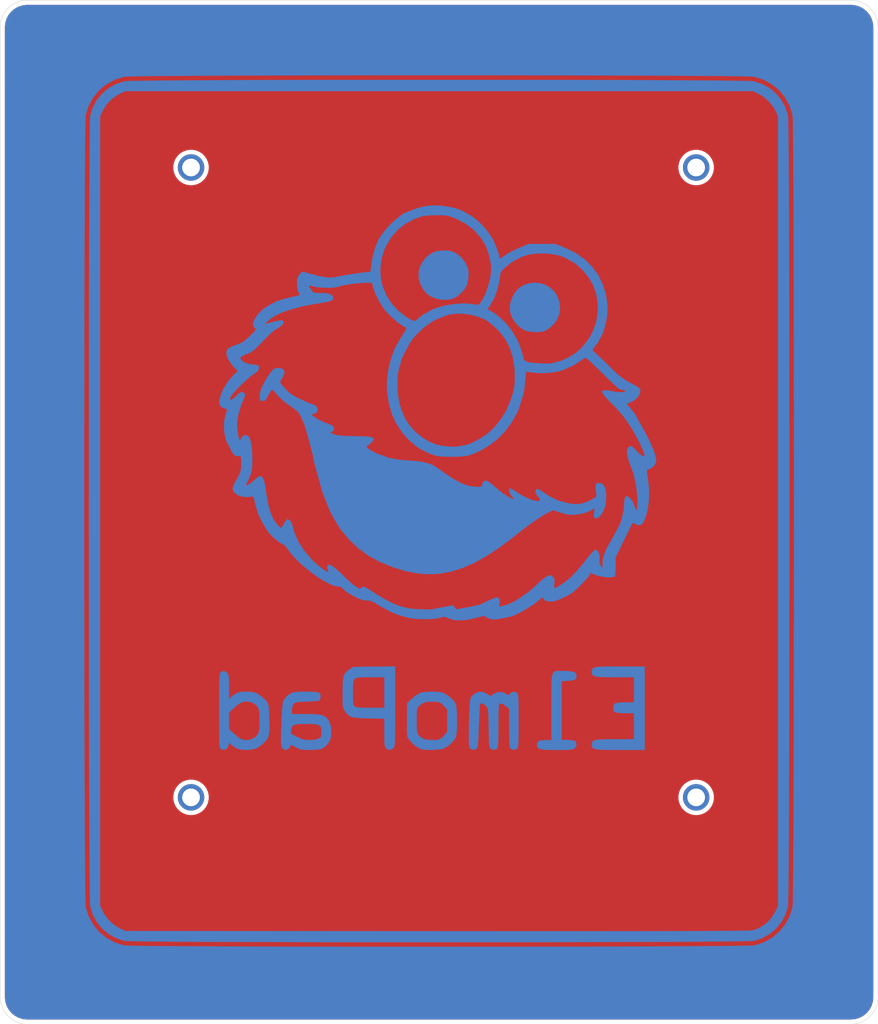
<source format=kicad_pcb>
(kicad_pcb (version 20171130) (host pcbnew "(5.1.6)-1")

  (general
    (thickness 1.6)
    (drawings 8)
    (tracks 0)
    (zones 0)
    (modules 5)
    (nets 1)
  )

  (page A4)
  (layers
    (0 F.Cu signal)
    (31 B.Cu signal)
    (32 B.Adhes user)
    (33 F.Adhes user)
    (34 B.Paste user)
    (35 F.Paste user)
    (36 B.SilkS user)
    (37 F.SilkS user)
    (38 B.Mask user)
    (39 F.Mask user)
    (40 Dwgs.User user)
    (41 Cmts.User user)
    (42 Eco1.User user)
    (43 Eco2.User user)
    (44 Edge.Cuts user)
    (45 Margin user)
    (46 B.CrtYd user)
    (47 F.CrtYd user)
    (48 B.Fab user)
    (49 F.Fab user)
  )

  (setup
    (last_trace_width 0.25)
    (trace_clearance 0.2)
    (zone_clearance 0.5)
    (zone_45_only no)
    (trace_min 0.2)
    (via_size 0.8)
    (via_drill 0.4)
    (via_min_size 0.4)
    (via_min_drill 0.3)
    (uvia_size 0.3)
    (uvia_drill 0.1)
    (uvias_allowed no)
    (uvia_min_size 0.2)
    (uvia_min_drill 0.1)
    (edge_width 0.05)
    (segment_width 0.2)
    (pcb_text_width 0.3)
    (pcb_text_size 1.5 1.5)
    (mod_edge_width 0.12)
    (mod_text_size 1 1)
    (mod_text_width 0.15)
    (pad_size 1.524 1.524)
    (pad_drill 0.762)
    (pad_to_mask_clearance 0.05)
    (aux_axis_origin 0 0)
    (visible_elements 7FFFFFFF)
    (pcbplotparams
      (layerselection 0x010f0_ffffffff)
      (usegerberextensions false)
      (usegerberattributes true)
      (usegerberadvancedattributes true)
      (creategerberjobfile true)
      (excludeedgelayer true)
      (linewidth 0.100000)
      (plotframeref false)
      (viasonmask false)
      (mode 1)
      (useauxorigin false)
      (hpglpennumber 1)
      (hpglpenspeed 20)
      (hpglpendiameter 15.000000)
      (psnegative false)
      (psa4output false)
      (plotreference true)
      (plotvalue true)
      (plotinvisibletext false)
      (padsonsilk false)
      (subtractmaskfromsilk true)
      (outputformat 1)
      (mirror false)
      (drillshape 0)
      (scaleselection 1)
      (outputdirectory "gerbers"))
  )

  (net 0 "")

  (net_class Default "This is the default net class."
    (clearance 0.2)
    (trace_width 0.25)
    (via_dia 0.8)
    (via_drill 0.4)
    (uvia_dia 0.3)
    (uvia_drill 0.1)
    (diff_pair_width 0.25)
    (diff_pair_gap 0.2)
  )

  (net_class Power ""
    (clearance 0.2)
    (trace_width 0.5)
    (via_dia 0.8)
    (via_drill 0.4)
    (uvia_dia 0.3)
    (uvia_drill 0.1)
    (diff_pair_width 0.5)
    (diff_pair_gap 0.2)
  )

  (module custom_parts:elmopad_back (layer B.Cu) (tedit 5EF1AD48) (tstamp 5EF20D37)
    (at 129.921 100.965 180)
    (fp_text reference G*** (at 0 0) (layer B.SilkS) hide
      (effects (font (size 1.524 1.524) (thickness 0.3)) (justify mirror))
    )
    (fp_text value LOGO (at 0.75 0) (layer B.SilkS) hide
      (effects (font (size 1.524 1.524) (thickness 0.3)) (justify mirror))
    )
    (fp_poly (pts (xy 0.263129 29.409255) (xy 0.903177 29.150472) (xy 1.461151 28.714562) (xy 1.923954 28.110643)
      (xy 2.148885 27.675108) (xy 2.318097 27.05206) (xy 2.312339 26.386001) (xy 2.141468 25.71835)
      (xy 1.815342 25.090525) (xy 1.42092 24.616667) (xy 0.937408 24.270704) (xy 0.334275 24.028743)
      (xy -0.327599 23.901456) (xy -0.987338 23.899513) (xy -1.584065 24.033583) (xy -1.680339 24.073096)
      (xy -2.098337 24.325378) (xy -2.518372 24.687728) (xy -2.876587 25.097062) (xy -3.105114 25.480594)
      (xy -3.24351 25.947147) (xy -3.319334 26.489731) (xy -3.32647 27.02328) (xy -3.258804 27.462729)
      (xy -3.249703 27.492111) (xy -2.95469 28.11654) (xy -2.518661 28.675292) (xy -2.011741 29.089578)
      (xy -1.725977 29.258954) (xy -1.486926 29.367104) (xy -1.231311 29.429879) (xy -0.895855 29.463128)
      (xy -0.445896 29.481792) (xy 0.263129 29.409255)) (layer B.Cu) (width 0.01))
    (fp_poly (pts (xy -10.128079 25.758267) (xy -9.53399 25.544597) (xy -8.999945 25.193321) (xy -8.553954 24.701847)
      (xy -8.242411 24.115798) (xy -8.11198 23.722572) (xy -8.014062 23.320807) (xy -7.988317 23.159459)
      (xy -8.016 22.576925) (xy -8.209819 21.975303) (xy -8.543893 21.401978) (xy -8.99234 20.90434)
      (xy -9.37765 20.615719) (xy -9.677316 20.450675) (xy -9.964535 20.349884) (xy -10.315779 20.293148)
      (xy -10.704204 20.265385) (xy -11.134039 20.256168) (xy -11.519511 20.271036) (xy -11.788419 20.306742)
      (xy -11.820391 20.315618) (xy -12.214747 20.512368) (xy -12.638829 20.833676) (xy -13.028699 21.223773)
      (xy -13.317192 21.621211) (xy -13.598655 22.296331) (xy -13.685163 23.00575) (xy -13.615091 23.618675)
      (xy -13.384974 24.295683) (xy -13.018831 24.853227) (xy -12.544673 25.288714) (xy -11.990508 25.599554)
      (xy -11.384348 25.783153) (xy -10.754202 25.836922) (xy -10.128079 25.758267)) (layer B.Cu) (width 0.01))
    (fp_poly (pts (xy 18.566476 16.138269) (xy 18.782642 16.016356) (xy 18.956601 15.828589) (xy 19.190888 15.509744)
      (xy 19.454057 15.110037) (xy 19.71466 14.679685) (xy 19.94125 14.268903) (xy 20.102379 13.927907)
      (xy 20.122157 13.877403) (xy 20.258062 13.39317) (xy 20.30346 12.947276) (xy 20.30061 12.881247)
      (xy 20.269094 12.608276) (xy 20.199208 12.482317) (xy 20.048882 12.447216) (xy 19.974519 12.446)
      (xy 19.795193 12.471193) (xy 19.650461 12.574618) (xy 19.495987 12.798049) (xy 19.381401 13.0048)
      (xy 19.162203 13.40456) (xy 19.00213 13.633829) (xy 18.865465 13.701826) (xy 18.716493 13.617767)
      (xy 18.519497 13.390872) (xy 18.413405 13.254631) (xy 18.210056 13.014121) (xy 17.958621 12.763926)
      (xy 17.633898 12.483257) (xy 17.210686 12.151328) (xy 16.663781 11.74735) (xy 16.078776 11.328917)
      (xy 15.903981 11.140794) (xy 15.720063 10.84741) (xy 15.643413 10.689092) (xy 15.503723 10.376015)
      (xy 15.382756 10.120238) (xy 15.340493 10.038314) (xy 15.278477 9.877216) (xy 15.177118 9.559637)
      (xy 15.047039 9.124061) (xy 14.89886 8.60897) (xy 14.743202 8.052849) (xy 14.590687 7.494181)
      (xy 14.451936 6.97145) (xy 14.33757 6.523139) (xy 14.258211 6.187733) (xy 14.224479 6.003715)
      (xy 14.224 5.992949) (xy 14.211468 5.857222) (xy 14.16928 5.645127) (xy 14.090543 5.329692)
      (xy 13.968363 4.883945) (xy 13.795848 4.280915) (xy 13.718076 4.0132) (xy 13.598698 3.589974)
      (xy 13.490018 3.181719) (xy 13.419969 2.8956) (xy 13.26394 2.326626) (xy 13.028247 1.681906)
      (xy 12.899631 1.3716) (xy 12.770316 1.051112) (xy 12.666133 0.76455) (xy 12.649029 0.7112)
      (xy 12.506378 0.341819) (xy 12.277315 -0.14207) (xy 11.990668 -0.68761) (xy 11.675265 -1.241948)
      (xy 11.359932 -1.752228) (xy 11.097445 -2.1336) (xy 10.152716 -3.266278) (xy 9.109349 -4.241869)
      (xy 7.9484 -5.073839) (xy 6.650928 -5.775658) (xy 5.197992 -6.360795) (xy 5.110235 -6.390865)
      (xy 3.817318 -6.779766) (xy 2.624929 -7.027938) (xy 1.491859 -7.140252) (xy 0.376896 -7.121583)
      (xy -0.373272 -7.039271) (xy -1.542599 -6.797864) (xy -2.743404 -6.404015) (xy -3.986548 -5.852106)
      (xy -5.282891 -5.136517) (xy -6.643292 -4.251631) (xy -8.078614 -3.191829) (xy -8.5852 -2.790989)
      (xy -9.403888 -2.147391) (xy -10.188625 -1.558388) (xy -10.91439 -1.041443) (xy -11.556165 -0.614019)
      (xy -12.088929 -0.29358) (xy -12.372894 -0.147222) (xy -12.909387 0.101676) (xy -13.541294 -0.117386)
      (xy -13.971695 -0.249649) (xy -14.417319 -0.360439) (xy -14.6812 -0.409843) (xy -15.212591 -0.427547)
      (xy -15.829419 -0.358362) (xy -16.447349 -0.218456) (xy -16.982045 -0.024) (xy -17.150738 0.063677)
      (xy -17.598821 0.326271) (xy -17.528589 -0.184382) (xy -17.496662 -0.497211) (xy -17.520102 -0.673371)
      (xy -17.611926 -0.774934) (xy -17.658128 -0.80195) (xy -17.885223 -0.817019) (xy -18.138101 -0.65049)
      (xy -18.399237 -0.319298) (xy -18.649439 0.155857) (xy -18.803307 0.649224) (xy -18.888828 1.23371)
      (xy -18.90305 1.8348) (xy -18.843018 2.377981) (xy -18.750115 2.69631) (xy -18.544829 3.003365)
      (xy -18.26887 3.175179) (xy -17.973425 3.185448) (xy -17.874948 3.14604) (xy -17.755348 3.046619)
      (xy -17.6986 2.883299) (xy -17.700273 2.613648) (xy -17.755937 2.195232) (xy -17.767956 2.121336)
      (xy -17.804102 1.821672) (xy -17.775699 1.651144) (xy -17.668898 1.542115) (xy -17.64638 1.527582)
      (xy -16.926958 1.127891) (xy -16.28114 0.883252) (xy -15.666415 0.781961) (xy -15.045778 0.811532)
      (xy -14.702213 0.868122) (xy -14.436726 0.926458) (xy -14.326357 0.964733) (xy -14.151685 1.025901)
      (xy -13.924694 1.068677) (xy -13.582691 1.159172) (xy -13.134943 1.343481) (xy -12.638213 1.593435)
      (xy -12.149266 1.88086) (xy -11.788479 2.128853) (xy -11.486044 2.335738) (xy -11.229986 2.475119)
      (xy -11.077279 2.516675) (xy -10.920924 2.406146) (xy -10.896273 2.189002) (xy -10.998502 1.909125)
      (xy -11.170722 1.66689) (xy -11.344797 1.437101) (xy -11.428761 1.261483) (xy -11.426241 1.213118)
      (xy -11.261406 1.129004) (xy -10.959179 1.145482) (xy -10.551762 1.251211) (xy -10.071358 1.434856)
      (xy -9.550168 1.685077) (xy -9.020395 1.990536) (xy -8.790543 2.141106) (xy -8.459191 2.35593)
      (xy -8.190319 2.509417) (xy -8.027472 2.577492) (xy -8.003143 2.576427) (xy -7.91593 2.416644)
      (xy -7.941482 2.164709) (xy -8.063544 1.885455) (xy -8.228541 1.677416) (xy -8.436031 1.459122)
      (xy -8.478412 1.35686) (xy -8.354699 1.366859) (xy -8.16653 1.439592) (xy -7.652598 1.71762)
      (xy -7.042072 2.145244) (xy -6.35678 2.706934) (xy -6.236915 2.812417) (xy -5.901924 3.09239)
      (xy -5.603197 3.310523) (xy -5.384872 3.435999) (xy -5.317435 3.4544) (xy -5.047993 3.36805)
      (xy -4.896913 3.134536) (xy -4.8768 2.97688) (xy -4.860364 2.845608) (xy -4.778972 2.775593)
      (xy -4.584505 2.747814) (xy -4.285641 2.7432) (xy -3.677457 2.789648) (xy -3.063916 2.937351)
      (xy -2.415408 3.19885) (xy -1.702326 3.586688) (xy -0.895058 4.113404) (xy -0.6604 4.278704)
      (xy -0.142872 4.645636) (xy 0.249245 4.913859) (xy 0.554626 5.10452) (xy 0.811949 5.238764)
      (xy 1.05989 5.337737) (xy 1.337127 5.422586) (xy 1.524 5.472975) (xy 2.022628 5.576061)
      (xy 2.616375 5.656794) (xy 3.197316 5.70082) (xy 3.2512 5.70267) (xy 3.778219 5.73305)
      (xy 4.338186 5.789888) (xy 4.888386 5.866036) (xy 5.386102 5.954348) (xy 5.788619 6.047677)
      (xy 6.053219 6.138878) (xy 6.122013 6.182974) (xy 6.320969 6.285975) (xy 6.416558 6.2992)
      (xy 6.593602 6.341305) (xy 6.889002 6.45189) (xy 7.239972 6.60736) (xy 7.252559 6.613358)
      (xy 7.674585 6.836902) (xy 7.988587 7.047032) (xy 8.172489 7.224622) (xy 8.204216 7.350547)
      (xy 8.149646 7.390562) (xy 7.920763 7.520675) (xy 7.681741 7.727936) (xy 7.493459 7.951001)
      (xy 7.4168 8.128529) (xy 7.4168 8.128959) (xy 7.448529 8.237257) (xy 7.558583 8.320589)
      (xy 7.769258 8.382373) (xy 8.10285 8.426022) (xy 8.581656 8.454953) (xy 9.227971 8.472581)
      (xy 9.7028 8.479125) (xy 10.385932 8.491539) (xy 10.906373 8.51493) (xy 11.304507 8.553131)
      (xy 11.620718 8.609976) (xy 11.8872 8.686498) (xy 12.18722 8.794317) (xy 12.314802 8.861981)
      (xy 12.292112 8.907805) (xy 12.192 8.938329) (xy 11.979668 9.077889) (xy 11.892532 9.312411)
      (xy 11.957008 9.559278) (xy 11.982474 9.593579) (xy 12.130136 9.691246) (xy 12.412041 9.820236)
      (xy 12.767927 9.95306) (xy 12.777674 9.956333) (xy 13.221784 10.13589) (xy 13.673139 10.366977)
      (xy 13.964415 10.551546) (xy 14.46683 10.917599) (xy 14.144615 11.010009) (xy 13.900787 11.132244)
      (xy 13.759953 11.299378) (xy 13.758511 11.303716) (xy 13.762296 11.589657) (xy 13.912882 11.856913)
      (xy 14.163001 12.02656) (xy 14.197434 12.036604) (xy 14.449917 12.118253) (xy 14.772174 12.244756)
      (xy 14.870211 12.287235) (xy 15.501605 12.57066) (xy 15.981197 12.794381) (xy 16.343768 12.979174)
      (xy 16.6241 13.145816) (xy 16.856972 13.315083) (xy 17.077167 13.507752) (xy 17.319465 13.744598)
      (xy 17.333454 13.758646) (xy 17.622115 14.065042) (xy 17.844903 14.332564) (xy 17.968656 14.519941)
      (xy 17.9832 14.567287) (xy 17.929002 14.743) (xy 17.792987 14.998267) (xy 17.7292 15.097266)
      (xy 17.521707 15.484181) (xy 17.490713 15.783846) (xy 17.636948 16.010966) (xy 17.779123 16.103147)
      (xy 18.168554 16.202649) (xy 18.566476 16.138269)) (layer B.Cu) (width 0.01))
    (fp_poly (pts (xy 1.465596 34.50514) (xy 2.371741 34.297523) (xy 3.2004 33.987497) (xy 3.498529 33.868247)
      (xy 3.74466 33.783008) (xy 4.007749 33.667505) (xy 4.15106 33.573422) (xy 4.313316 33.444366)
      (xy 4.580112 33.236364) (xy 4.8945 32.993808) (xy 4.903056 32.987241) (xy 5.320331 32.623109)
      (xy 5.771418 32.157941) (xy 6.209721 31.646568) (xy 6.588644 31.143823) (xy 6.861591 30.704539)
      (xy 6.8894 30.649785) (xy 7.196371 29.904015) (xy 7.452917 29.049208) (xy 7.63246 28.178122)
      (xy 7.665752 27.940385) (xy 7.7724 27.07717) (xy 8.382 27.005612) (xy 8.958498 26.932938)
      (xy 9.57128 26.847252) (xy 10.175895 26.755649) (xy 10.727889 26.665222) (xy 11.182811 26.583065)
      (xy 11.496207 26.516273) (xy 11.564686 26.497701) (xy 12.123944 26.409457) (xy 12.809297 26.436284)
      (xy 13.580981 26.575859) (xy 13.779183 26.627125) (xy 14.202116 26.741562) (xy 14.589101 26.843968)
      (xy 14.866528 26.914904) (xy 14.897816 26.922511) (xy 15.157747 26.99786) (xy 15.332428 27.070732)
      (xy 15.485923 27.060309) (xy 15.675342 26.910667) (xy 15.861839 26.671532) (xy 16.006568 26.392628)
      (xy 16.070583 26.125856) (xy 16.067445 25.46766) (xy 15.988476 24.97561) (xy 15.877886 24.719499)
      (xy 15.780292 24.561894) (xy 15.773448 24.468606) (xy 15.890105 24.404317) (xy 16.163014 24.333711)
      (xy 16.256 24.31176) (xy 16.983061 24.134293) (xy 17.601536 23.972236) (xy 18.088459 23.832172)
      (xy 18.420865 23.720682) (xy 18.571561 23.648113) (xy 18.736097 23.543375) (xy 19.009532 23.397364)
      (xy 19.181161 23.313481) (xy 19.882494 22.877372) (xy 20.479572 22.295921) (xy 20.823348 21.80133)
      (xy 21.010955 21.42598) (xy 21.067587 21.146233) (xy 20.994065 20.903031) (xy 20.838758 20.691219)
      (xy 20.775743 20.598046) (xy 20.774762 20.499916) (xy 20.856465 20.365352) (xy 21.0415 20.162873)
      (xy 21.350516 19.861001) (xy 21.438555 19.776819) (xy 21.821625 19.423606) (xy 22.128431 19.180978)
      (xy 22.4201 19.009809) (xy 22.757762 18.87097) (xy 22.961753 18.801834) (xy 23.350448 18.658206)
      (xy 23.678823 18.506285) (xy 23.884257 18.375598) (xy 23.9014 18.358779) (xy 24.057245 18.044882)
      (xy 24.046969 17.646748) (xy 23.877762 17.186223) (xy 23.556813 16.685152) (xy 23.223442 16.298594)
      (xy 22.779025 15.834774) (xy 23.229974 15.419103) (xy 23.891953 14.67373) (xy 24.434064 13.772007)
      (xy 24.547936 13.527768) (xy 24.782827 12.889487) (xy 24.870558 12.373956) (xy 24.8117 11.986337)
      (xy 24.606824 11.731789) (xy 24.337792 11.627359) (xy 24.114176 11.577751) (xy 24.009291 11.50351)
      (xy 24.008256 11.354457) (xy 24.096191 11.08041) (xy 24.139939 10.960174) (xy 24.290458 10.350764)
      (xy 24.344711 9.660063) (xy 24.307548 8.949059) (xy 24.183815 8.278737) (xy 23.978361 7.710081)
      (xy 23.86582 7.511583) (xy 23.727085 7.269329) (xy 23.563011 6.940608) (xy 23.49221 6.785591)
      (xy 23.259593 6.413104) (xy 22.977379 6.218915) (xy 22.663682 6.21447) (xy 22.614635 6.231028)
      (xy 22.50963 6.244909) (xy 22.442497 6.16914) (xy 22.406109 5.973025) (xy 22.393337 5.625866)
      (xy 22.394557 5.2832) (xy 22.404472 4.936126) (xy 22.436408 4.653407) (xy 22.506914 4.386711)
      (xy 22.632542 4.0877) (xy 22.829842 3.70804) (xy 23.097026 3.231648) (xy 23.290908 2.841267)
      (xy 23.354599 2.548447) (xy 23.291541 2.29767) (xy 23.166702 2.108295) (xy 22.814689 1.816778)
      (xy 22.327376 1.637611) (xy 21.74433 1.579647) (xy 21.115807 1.649467) (xy 21.017357 1.571821)
      (xy 20.921435 1.312404) (xy 20.876698 1.1176) (xy 20.803761 0.779231) (xy 20.735748 0.509164)
      (xy 20.70281 0.4064) (xy 20.634684 0.214712) (xy 20.543303 -0.071866) (xy 20.518954 -0.1524)
      (xy 20.365297 -0.552433) (xy 20.125144 -1.049623) (xy 19.834464 -1.578978) (xy 19.529225 -2.075506)
      (xy 19.245399 -2.474213) (xy 19.209441 -2.518502) (xy 18.926396 -2.819385) (xy 18.571679 -3.140228)
      (xy 18.197983 -3.438901) (xy 17.858005 -3.673277) (xy 17.605362 -3.800934) (xy 17.440325 -3.918608)
      (xy 17.237072 -4.149093) (xy 17.13603 -4.29312) (xy 16.734276 -4.836422) (xy 16.219798 -5.407494)
      (xy 15.620176 -5.985986) (xy 14.962989 -6.551547) (xy 14.275818 -7.083829) (xy 13.586243 -7.562481)
      (xy 12.921843 -7.967154) (xy 12.310197 -8.277497) (xy 11.778887 -8.473161) (xy 11.387879 -8.5344)
      (xy 11.127974 -8.588489) (xy 10.96518 -8.695981) (xy 10.670159 -8.980107) (xy 10.265177 -9.274956)
      (xy 9.795176 -9.557779) (xy 9.305095 -9.805828) (xy 8.839875 -9.996353) (xy 8.444455 -10.106606)
      (xy 8.164045 -10.113906) (xy 7.852137 -10.129571) (xy 7.421898 -10.296871) (xy 6.88485 -10.611144)
      (xy 6.8072 -10.66295) (xy 6.537509 -10.835347) (xy 6.333764 -10.9477) (xy 6.264084 -10.972365)
      (xy 6.129293 -11.026689) (xy 5.918118 -11.158083) (xy 5.901094 -11.170094) (xy 5.570589 -11.357224)
      (xy 5.095369 -11.563486) (xy 4.530087 -11.768723) (xy 3.929394 -11.952778) (xy 3.4544 -12.072495)
      (xy 2.912311 -12.160747) (xy 2.273354 -12.213617) (xy 1.595729 -12.231255) (xy 0.937636 -12.213814)
      (xy 0.357277 -12.161445) (xy -0.087149 -12.074301) (xy -0.123477 -12.063165) (xy -0.426653 -11.976932)
      (xy -0.640808 -11.968021) (xy -0.867509 -12.043275) (xy -1.037877 -12.12477) (xy -1.551228 -12.291482)
      (xy -2.1909 -12.361807) (xy -2.902917 -12.333073) (xy -3.4544 -12.24438) (xy -3.907243 -12.142252)
      (xy -4.376983 -12.02886) (xy -4.651065 -11.958191) (xy -4.982799 -11.881353) (xy -5.170772 -11.875313)
      (xy -5.260665 -11.937769) (xy -5.410918 -12.051765) (xy -5.683031 -12.163725) (xy -5.997221 -12.246516)
      (xy -6.2484 -12.273678) (xy -6.42596 -12.254012) (xy -6.742255 -12.203698) (xy -7.13711 -12.13363)
      (xy -7.550353 -12.054704) (xy -7.921811 -11.977814) (xy -8.0772 -11.942556) (xy -8.423065 -11.824989)
      (xy -8.874911 -11.622099) (xy -9.371758 -11.364381) (xy -9.852623 -11.082328) (xy -10.038094 -10.961967)
      (xy -10.295392 -10.795389) (xy -10.478652 -10.688847) (xy -10.529889 -10.668) (xy -10.628832 -10.606834)
      (xy -10.836565 -10.446165) (xy -11.108898 -10.220231) (xy -11.11995 -10.2108) (xy -11.440682 -9.943763)
      (xy -11.639722 -9.801613) (xy -11.74459 -9.771297) (xy -11.782806 -9.839765) (xy -11.7856 -9.895129)
      (xy -11.876984 -10.055027) (xy -12.116495 -10.16988) (xy -12.452172 -10.230066) (xy -12.832052 -10.225964)
      (xy -13.185026 -10.15425) (xy -13.680975 -9.968651) (xy -14.217526 -9.726057) (xy -14.711918 -9.466335)
      (xy -15.0368 -9.262162) (xy -15.281461 -9.065062) (xy -15.591988 -8.783012) (xy -15.936723 -8.448836)
      (xy -16.28401 -8.095357) (xy -16.602192 -7.755397) (xy -16.859612 -7.46178) (xy -17.024612 -7.247329)
      (xy -17.0688 -7.155322) (xy -17.068767 -7.066136) (xy -17.097538 -7.027731) (xy -17.198426 -7.044927)
      (xy -17.41474 -7.122544) (xy -17.6784 -7.223164) (xy -18.065373 -7.338853) (xy -18.516941 -7.426671)
      (xy -18.976824 -7.481257) (xy -19.388744 -7.497254) (xy -19.696423 -7.469304) (xy -19.812 -7.426315)
      (xy -19.884707 -7.330243) (xy -19.931291 -7.137831) (xy -19.956319 -6.814578) (xy -19.964355 -6.325981)
      (xy -19.9644 -6.274602) (xy -19.9644 -5.226603) (xy -20.763524 -3.603901) (xy -21.034908 -3.052962)
      (xy -21.28627 -2.542912) (xy -21.499214 -2.111061) (xy -21.655344 -1.794722) (xy -21.726429 -1.651)
      (xy -21.857518 -1.412533) (xy -21.966008 -1.33695) (xy -22.112021 -1.401535) (xy -22.205582 -1.469968)
      (xy -22.52207 -1.609018) (xy -22.827125 -1.566134) (xy -22.998929 -1.437285) (xy -23.113134 -1.25167)
      (xy -23.257415 -0.935382) (xy -23.403054 -0.552256) (xy -23.421726 -0.497485) (xy -23.62297 0.311022)
      (xy -23.736333 1.239608) (xy -23.75864 2.223652) (xy -23.686718 3.198531) (xy -23.623571 3.612555)
      (xy -23.556148 4.035989) (xy -23.518504 4.377109) (xy -23.514496 4.592168) (xy -23.532627 4.643976)
      (xy -24.058422 4.890873) (xy -24.398596 5.215968) (xy -24.551685 5.617455) (xy -24.552341 5.90111)
      (xy -24.477345 6.233345) (xy -23.251387 6.233345) (xy -23.19059 6.199127) (xy -23.090836 6.1976)
      (xy -22.943562 6.268101) (xy -22.706627 6.455563) (xy -22.424067 6.72393) (xy -22.336791 6.815032)
      (xy -22.043625 7.118513) (xy -21.845685 7.291272) (xy -21.706267 7.357135) (xy -21.588667 7.339928)
      (xy -21.554036 7.32314) (xy -21.357545 7.142011) (xy -21.28205 7.000474) (xy -21.251097 6.685056)
      (xy -21.300299 6.255609) (xy -21.418057 5.779408) (xy -21.557819 5.400818) (xy -22.015962 4.134338)
      (xy -22.30387 2.811083) (xy -22.425939 1.512618) (xy -22.440489 0.900705) (xy -22.427078 0.461167)
      (xy -22.387496 0.200038) (xy -22.323536 0.123356) (xy -22.236986 0.237157) (xy -22.134526 0.530468)
      (xy -21.88692 1.10263) (xy -21.52458 1.529326) (xy -21.4295 1.60207) (xy -21.22413 1.692079)
      (xy -21.079506 1.621018) (xy -20.988885 1.377338) (xy -20.945526 0.94949) (xy -20.940414 0.764229)
      (xy -20.907402 0.361773) (xy -20.827888 -0.123601) (xy -20.715722 -0.63561) (xy -20.584753 -1.11797)
      (xy -20.448829 -1.514401) (xy -20.321801 -1.768617) (xy -20.314856 -1.778) (xy -20.233404 -1.912143)
      (xy -20.088007 -2.175421) (xy -19.907148 -2.516005) (xy -19.868209 -2.5908) (xy -19.661829 -2.978655)
      (xy -19.462892 -3.335904) (xy -19.311568 -3.590573) (xy -19.301139 -3.6068) (xy -19.146979 -3.856756)
      (xy -19.039428 -4.053274) (xy -19.03447 -4.064) (xy -18.800151 -4.598511) (xy -18.642911 -4.999803)
      (xy -18.548276 -5.316061) (xy -18.501771 -5.595472) (xy -18.488941 -5.880042) (xy -18.486682 -6.4516)
      (xy -18.287946 -6.1976) (xy -18.161035 -5.975322) (xy -18.128633 -5.708232) (xy -18.148755 -5.477128)
      (xy -18.149241 -5.082532) (xy -18.062599 -4.732443) (xy -17.909806 -4.477819) (xy -17.711839 -4.369615)
      (xy -17.692483 -4.3688) (xy -17.54761 -4.450413) (xy -17.308968 -4.682553) (xy -16.994744 -5.04617)
      (xy -16.746726 -5.3594) (xy -16.06267 -6.219872) (xy -15.457824 -6.917164) (xy -14.916778 -7.467919)
      (xy -14.424124 -7.888785) (xy -14.36233 -7.935194) (xy -14.018406 -8.17797) (xy -13.666906 -8.407734)
      (xy -13.35494 -8.595659) (xy -13.129615 -8.712919) (xy -13.05103 -8.7376) (xy -13.031461 -8.646218)
      (xy -13.033047 -8.410825) (xy -13.047098 -8.189912) (xy -13.061818 -7.850947) (xy -13.023243 -7.637893)
      (xy -12.913042 -7.476489) (xy -12.857422 -7.421517) (xy -12.685081 -7.282497) (xy -12.530658 -7.258151)
      (xy -12.298143 -7.336384) (xy -12.271042 -7.347652) (xy -12.013012 -7.497355) (xy -11.692672 -7.74026)
      (xy -11.420798 -7.984566) (xy -10.674717 -8.672308) (xy -9.912942 -9.290987) (xy -9.163257 -9.822439)
      (xy -8.453443 -10.248504) (xy -7.811284 -10.551019) (xy -7.264562 -10.711823) (xy -7.243561 -10.715291)
      (xy -6.980505 -10.767349) (xy -6.809982 -10.819531) (xy -6.799417 -10.82521) (xy -6.77051 -10.780142)
      (xy -6.811028 -10.600561) (xy -6.823973 -10.561959) (xy -6.871978 -10.246634) (xy -6.811448 -9.968845)
      (xy -6.663845 -9.789164) (xy -6.537557 -9.7536) (xy -6.375626 -9.796056) (xy -6.077802 -9.91023)
      (xy -5.689623 -10.076329) (xy -5.256623 -10.274559) (xy -4.824338 -10.485126) (xy -4.6554 -10.571724)
      (xy -4.493578 -10.62273) (xy -4.175989 -10.697241) (xy -3.747334 -10.785551) (xy -3.252316 -10.877954)
      (xy -3.212593 -10.884985) (xy -1.940385 -11.109241) (xy -1.757593 -10.886667) (xy -1.5748 -10.664093)
      (xy -0.4064 -10.878433) (xy 0.053412 -10.964438) (xy 0.432703 -11.038517) (xy 0.69113 -11.092573)
      (xy 0.788081 -11.118134) (xy 0.899845 -11.129879) (xy 1.16728 -11.130892) (xy 1.543241 -11.122974)
      (xy 1.980586 -11.107926) (xy 2.432171 -11.087549) (xy 2.850853 -11.063645) (xy 3.189489 -11.038015)
      (xy 3.3528 -11.020132) (xy 4.129493 -10.854933) (xy 4.95566 -10.56361) (xy 5.8526 -10.136578)
      (xy 6.841613 -9.564251) (xy 7.431793 -9.184558) (xy 7.916557 -8.870932) (xy 8.265816 -8.668792)
      (xy 8.507201 -8.568476) (xy 8.668343 -8.560321) (xy 8.77687 -8.634663) (xy 8.819708 -8.699161)
      (xy 8.890106 -8.776059) (xy 9.003387 -8.771379) (xy 9.203147 -8.672414) (xy 9.462189 -8.511915)
      (xy 9.77548 -8.281964) (xy 10.163701 -7.954297) (xy 10.56562 -7.582025) (xy 10.772033 -7.375748)
      (xy 11.140778 -7.011141) (xy 11.51394 -6.669135) (xy 11.8369 -6.398626) (xy 11.983437 -6.29126)
      (xy 12.254961 -6.121859) (xy 12.419616 -6.060995) (xy 12.532788 -6.094876) (xy 12.585655 -6.141312)
      (xy 12.680278 -6.290111) (xy 12.648075 -6.479415) (xy 12.612614 -6.562576) (xy 12.53844 -6.76982)
      (xy 12.535372 -6.879639) (xy 12.653285 -6.864138) (xy 12.885909 -6.737083) (xy 13.198272 -6.52434)
      (xy 13.555399 -6.251776) (xy 13.922317 -5.945256) (xy 14.264053 -5.630648) (xy 14.376644 -5.517851)
      (xy 15.23961 -4.516075) (xy 15.903587 -3.491579) (xy 16.372121 -2.438082) (xy 16.610649 -1.559935)
      (xy 16.723658 -1.262839) (xy 16.905453 -1.037831) (xy 17.108183 -0.934499) (xy 17.204388 -0.94469)
      (xy 17.328533 -1.062552) (xy 17.486814 -1.302476) (xy 17.575106 -1.469701) (xy 17.724138 -1.72869)
      (xy 17.858884 -1.881829) (xy 17.918333 -1.901517) (xy 18.038803 -1.807468) (xy 18.238684 -1.599965)
      (xy 18.450966 -1.352419) (xy 18.804614 -0.806158) (xy 19.100407 -0.100069) (xy 19.342073 0.777493)
      (xy 19.533338 1.838169) (xy 19.578268 2.168772) (xy 19.684584 2.889279) (xy 19.80068 3.417356)
      (xy 19.93608 3.763772) (xy 20.100309 3.939296) (xy 20.30289 3.954697) (xy 20.553348 3.820745)
      (xy 20.827557 3.5814) (xy 21.154873 3.287018) (xy 21.450656 3.066216) (xy 21.683114 2.938084)
      (xy 21.820453 2.921709) (xy 21.844 2.971136) (xy 21.781751 3.167614) (xy 21.752739 3.20548)
      (xy 21.671667 3.343469) (xy 21.545686 3.613896) (xy 21.401613 3.959081) (xy 21.397139 3.970372)
      (xy 21.277728 4.297837) (xy 21.20031 4.595943) (xy 21.156176 4.925336) (xy 21.136615 5.346663)
      (xy 21.1328 5.810705) (xy 21.160291 6.769004) (xy 21.243093 7.535365) (xy 21.381698 8.113514)
      (xy 21.463647 8.315861) (xy 21.660125 8.537185) (xy 21.917553 8.600406) (xy 22.170183 8.506288)
      (xy 22.330774 8.3058) (xy 22.450293 8.108741) (xy 22.550065 8.026402) (xy 22.550314 8.0264)
      (xy 22.615096 8.119633) (xy 22.685536 8.366808) (xy 22.753418 8.719143) (xy 22.81053 9.127853)
      (xy 22.848655 9.544157) (xy 22.86 9.865565) (xy 22.813847 10.384101) (xy 22.687346 11.010395)
      (xy 22.498435 11.674359) (xy 22.265051 12.305901) (xy 22.194118 12.467505) (xy 22.028292 12.858129)
      (xy 21.961328 13.114439) (xy 21.991494 13.278676) (xy 22.117059 13.393079) (xy 22.155294 13.414676)
      (xy 22.306085 13.46902) (xy 22.456439 13.441777) (xy 22.646047 13.311232) (xy 22.914602 13.055669)
      (xy 23.03262 12.934711) (xy 23.292519 12.710783) (xy 23.507804 12.606429) (xy 23.643618 12.632833)
      (xy 23.6728 12.7293) (xy 23.599088 12.912037) (xy 23.39688 13.195595) (xy 23.094562 13.551655)
      (xy 22.720522 13.951896) (xy 22.30315 14.367999) (xy 21.870831 14.771645) (xy 21.451955 15.134514)
      (xy 21.074909 15.428287) (xy 20.773178 15.621943) (xy 20.568639 15.794916) (xy 20.427663 15.99067)
      (xy 20.356894 16.262251) (xy 20.466867 16.453191) (xy 20.746902 16.551027) (xy 20.91664 16.561367)
      (xy 21.473822 16.622842) (xy 21.968706 16.790658) (xy 22.327371 17.034936) (xy 22.466661 17.202874)
      (xy 22.489104 17.339922) (xy 22.375081 17.469457) (xy 22.104971 17.614851) (xy 21.698729 17.783908)
      (xy 21.478516 17.875536) (xy 21.284923 17.973874) (xy 21.092526 18.100563) (xy 20.875901 18.277248)
      (xy 20.609623 18.525569) (xy 20.26827 18.86717) (xy 19.826417 19.323693) (xy 19.545171 19.617161)
      (xy 19.207883 19.954587) (xy 18.888873 20.247463) (xy 18.633631 20.455246) (xy 18.529171 20.522639)
      (xy 18.089736 20.781299) (xy 17.776798 21.036594) (xy 17.605379 21.26856) (xy 17.590505 21.457234)
      (xy 17.73486 21.578114) (xy 17.898919 21.579252) (xy 18.203211 21.532314) (xy 18.593831 21.449232)
      (xy 19.016875 21.341938) (xy 19.418439 21.222364) (xy 19.560177 21.174055) (xy 19.647003 21.167381)
      (xy 19.594884 21.267249) (xy 19.42673 21.456974) (xy 19.031192 21.78993) (xy 18.490432 22.123807)
      (xy 17.860183 22.429423) (xy 17.196181 22.677592) (xy 16.965967 22.74552) (xy 16.505099 22.871968)
      (xy 16.036066 23.001879) (xy 15.670464 23.104298) (xy 15.362352 23.178683) (xy 14.912277 23.271135)
      (xy 14.379312 23.370179) (xy 13.822535 23.464341) (xy 13.790864 23.469394) (xy 13.145691 23.575199)
      (xy 12.674848 23.663552) (xy 12.351317 23.7444) (xy 12.148085 23.827693) (xy 12.038136 23.923378)
      (xy 11.994455 24.041405) (xy 11.9888 24.133007) (xy 12.082914 24.378505) (xy 12.35805 24.552955)
      (xy 12.803397 24.652322) (xy 13.408144 24.672571) (xy 13.432112 24.671795) (xy 13.811079 24.663372)
      (xy 14.049409 24.683683) (xy 14.209475 24.752646) (xy 14.353647 24.890175) (xy 14.442113 24.994287)
      (xy 14.665629 25.292555) (xy 14.73068 25.466509) (xy 14.635713 25.520945) (xy 14.379172 25.46066)
      (xy 14.3002 25.432217) (xy 13.988604 25.355288) (xy 13.554484 25.299594) (xy 13.051271 25.266118)
      (xy 12.532398 25.255845) (xy 12.051297 25.269757) (xy 11.6614 25.308838) (xy 11.41614 25.374069)
      (xy 11.40693 25.378982) (xy 11.179726 25.459215) (xy 10.795142 25.545403) (xy 10.298607 25.630838)
      (xy 9.735545 25.708813) (xy 9.151383 25.772621) (xy 8.591547 25.815555) (xy 8.383236 25.825432)
      (xy 7.977666 25.836254) (xy 7.732279 25.825759) (xy 7.60445 25.785235) (xy 7.551554 25.70597)
      (xy 7.540507 25.653196) (xy 7.402792 25.111523) (xy 7.155949 24.479938) (xy 6.829061 23.817483)
      (xy 6.451216 23.183201) (xy 6.058279 22.644335) (xy 5.789245 22.348277) (xy 5.446784 22.014395)
      (xy 5.066807 21.672704) (xy 4.685224 21.353219) (xy 4.337947 21.085956) (xy 4.060885 20.90093)
      (xy 3.88995 20.828155) (xy 3.885183 20.828001) (xy 3.730231 20.763567) (xy 3.724935 20.585815)
      (xy 3.868554 20.318066) (xy 3.90289 20.271589) (xy 4.064653 20.048302) (xy 4.157176 19.898883)
      (xy 4.1656 19.874673) (xy 4.217833 19.767985) (xy 4.352033 19.550087) (xy 4.470368 19.370606)
      (xy 4.968793 18.484561) (xy 5.374632 17.462542) (xy 5.675915 16.355097) (xy 5.860674 15.212774)
      (xy 5.91694 14.086123) (xy 5.881423 13.4112) (xy 5.671842 12.088191) (xy 5.308566 10.888476)
      (xy 4.78367 9.793786) (xy 4.089235 8.785852) (xy 3.662601 8.294347) (xy 3.366041 7.999352)
      (xy 3.018095 7.687935) (xy 2.658617 7.391636) (xy 2.32746 7.141994) (xy 2.064478 6.970552)
      (xy 1.911865 6.9088) (xy 1.743689 6.847474) (xy 1.6336 6.769536) (xy 1.460883 6.668963)
      (xy 1.157668 6.535613) (xy 0.787432 6.397234) (xy 0.762 6.388536) (xy 0.453546 6.291583)
      (xy 0.16397 6.224266) (xy -0.154896 6.181376) (xy -0.551213 6.157704) (xy -1.073148 6.148041)
      (xy -1.4732 6.1468) (xy -2.167884 6.154368) (xy -2.717038 6.185784) (xy -3.178049 6.254119)
      (xy -3.608301 6.372443) (xy -4.065179 6.553827) (xy -4.60607 6.811341) (xy -4.784701 6.901047)
      (xy -5.781635 7.500901) (xy -6.709005 8.245367) (xy -7.527798 9.096856) (xy -8.198996 10.01778)
      (xy -8.421475 10.404829) (xy -8.597238 10.728879) (xy -8.744487 10.98682) (xy -8.826665 11.116029)
      (xy -8.899942 11.270065) (xy -9.019102 11.594192) (xy -9.175542 12.062741) (xy -9.360661 12.650042)
      (xy -9.544643 13.2588) (xy -9.603024 13.535345) (xy -9.661987 13.94879) (xy -9.712938 14.433041)
      (xy -9.736214 14.732) (xy -9.773561 15.218146) (xy -9.782582 15.2908) (xy -8.569599 15.2908)
      (xy -8.558562 14.694828) (xy -8.522678 14.203315) (xy -8.449926 13.751438) (xy -8.328283 13.27437)
      (xy -8.145728 12.707287) (xy -8.027911 12.369901) (xy -7.583749 11.364639) (xy -6.988485 10.391309)
      (xy -6.282961 9.509641) (xy -5.656402 8.901732) (xy -5.241367 8.589604) (xy -4.718337 8.255492)
      (xy -4.156185 7.938587) (xy -3.623785 7.67808) (xy -3.246401 7.530367) (xy -2.917895 7.447126)
      (xy -2.495349 7.369113) (xy -2.055952 7.307517) (xy -1.676896 7.273527) (xy -1.4732 7.273339)
      (xy -1.274945 7.290501) (xy -0.942791 7.318852) (xy -0.545327 7.35254) (xy -0.508 7.355693)
      (xy 0.310944 7.518669) (xy 1.137249 7.854913) (xy 1.935996 8.33894) (xy 2.672264 8.945266)
      (xy 3.311134 9.648405) (xy 3.817686 10.422874) (xy 3.891387 10.5664) (xy 4.262703 11.428028)
      (xy 4.513253 12.282511) (xy 4.657634 13.195035) (xy 4.710367 14.224) (xy 4.708344 14.857786)
      (xy 4.682893 15.343097) (xy 4.629001 15.73382) (xy 4.541659 16.083845) (xy 4.535595 16.1036)
      (xy 4.431245 16.460505) (xy 4.353442 16.763538) (xy 4.323698 16.9164) (xy 4.257395 17.141805)
      (xy 4.108154 17.493021) (xy 3.900385 17.923334) (xy 3.658501 18.386025) (xy 3.406913 18.834378)
      (xy 3.170032 19.221676) (xy 2.974446 19.498508) (xy 2.445108 20.089008) (xy 1.845336 20.647571)
      (xy 1.21786 21.141219) (xy 0.605412 21.536971) (xy 0.050721 21.801848) (xy -0.057802 21.838812)
      (xy -0.420508 21.964534) (xy -0.772472 22.105378) (xy -0.803114 22.118986) (xy -1.239859 22.248189)
      (xy -1.810123 22.319876) (xy -2.452062 22.33242) (xy -3.103833 22.284197) (xy -3.62398 22.193139)
      (xy -4.037089 22.08743) (xy -4.401684 21.978489) (xy -4.648493 21.887303) (xy -4.6736 21.875156)
      (xy -4.899149 21.777367) (xy -5.039449 21.743026) (xy -5.168277 21.684882) (xy -5.410229 21.531156)
      (xy -5.718769 21.311959) (xy -5.801449 21.250008) (xy -6.692366 20.456376) (xy -7.410749 19.555562)
      (xy -7.956658 18.547435) (xy -8.330155 17.431861) (xy -8.531302 16.208709) (xy -8.569599 15.2908)
      (xy -9.782582 15.2908) (xy -9.81251 15.531805) (xy -9.85966 15.703631) (xy -9.921611 15.764276)
      (xy -9.958181 15.76298) (xy -10.694078 15.644371) (xy -11.527546 15.601125) (xy -12.382756 15.631176)
      (xy -13.183878 15.732458) (xy -13.743744 15.866122) (xy -14.091836 15.983616) (xy -14.356897 16.090666)
      (xy -14.484346 16.16509) (xy -14.48634 16.167895) (xy -14.623367 16.245609) (xy -14.712597 16.256966)
      (xy -14.880808 16.314004) (xy -15.172542 16.468148) (xy -15.548068 16.695514) (xy -15.967655 16.972219)
      (xy -16.332546 17.230776) (xy -16.465156 17.314235) (xy -16.582345 17.320886) (xy -16.735243 17.231699)
      (xy -16.974984 17.027644) (xy -17.043746 16.966086) (xy -17.270346 16.756286) (xy -17.608631 16.434771)
      (xy -18.026006 16.032918) (xy -18.489881 15.582102) (xy -18.95653 15.124664) (xy -19.461998 14.630934)
      (xy -19.848478 14.265058) (xy -20.138383 14.008962) (xy -20.354126 13.844568) (xy -20.51812 13.753801)
      (xy -20.652778 13.718583) (xy -20.703133 13.716) (xy -20.943015 13.687884) (xy -21.078407 13.620203)
      (xy -21.078828 13.619534) (xy -21.048671 13.531095) (xy -20.863375 13.472038) (xy -20.569418 13.446408)
      (xy -20.213276 13.458251) (xy -19.841424 13.511614) (xy -19.84076 13.511752) (xy -19.220928 13.625634)
      (xy -18.781908 13.666764) (xy -18.520589 13.627088) (xy -18.433858 13.498553) (xy -18.518603 13.273106)
      (xy -18.77171 12.942693) (xy -19.190067 12.499262) (xy -19.377578 12.313301) (xy -19.80002 11.887018)
      (xy -20.217219 11.444605) (xy -20.582361 11.036991) (xy -20.848635 10.715102) (xy -20.858539 10.702139)
      (xy -21.375085 9.976514) (xy -21.881009 9.181848) (xy -22.348335 8.368006) (xy -22.749085 7.584857)
      (xy -23.055285 6.882266) (xy -23.151942 6.614239) (xy -23.23587 6.35375) (xy -23.251387 6.233345)
      (xy -24.477345 6.233345) (xy -24.46411 6.291976) (xy -24.282907 6.819052) (xy -24.024228 7.446718)
      (xy -23.703566 8.139355) (xy -23.336414 8.861342) (xy -22.999048 9.472039) (xy -22.736037 9.932817)
      (xy -22.513445 10.3286) (xy -22.349056 10.627308) (xy -22.260654 10.796858) (xy -22.2504 10.822556)
      (xy -22.191104 10.918343) (xy -22.03362 11.130457) (xy -21.80856 11.41806) (xy -21.739499 11.504199)
      (xy -21.228598 12.138222) (xy -21.511993 12.241311) (xy -22.071375 12.518287) (xy -22.475372 12.87735)
      (xy -22.707309 13.299876) (xy -22.7584 13.633249) (xy -22.742841 13.759343) (xy -22.676563 13.873473)
      (xy -22.530169 13.998213) (xy -22.27426 14.15614) (xy -21.879438 14.36983) (xy -21.629672 14.500016)
      (xy -20.987028 14.872797) (xy -20.380417 15.315492) (xy -19.758974 15.868014) (xy -19.303512 16.325214)
      (xy -18.911418 16.72298) (xy -18.493881 17.129207) (xy -18.11588 17.481322) (xy -17.957312 17.621578)
      (xy -17.677277 17.874391) (xy -17.470612 18.083815) (xy -17.37582 18.210327) (xy -17.3736 18.220714)
      (xy -17.433555 18.347704) (xy -17.58784 18.57127) (xy -17.7292 18.751835) (xy -17.926167 19.008423)
      (xy -18.055301 19.20774) (xy -18.0848 19.281998) (xy -18.140685 19.425973) (xy -18.266135 19.620499)
      (xy -18.47634 19.999699) (xy -18.67071 20.529737) (xy -18.837759 21.158297) (xy -18.966003 21.833062)
      (xy -19.043956 22.501717) (xy -19.046857 22.611153) (xy -17.956475 22.611153) (xy -17.798661 21.497563)
      (xy -17.449063 20.443937) (xy -16.913144 19.461421) (xy -16.19637 18.561161) (xy -15.763364 18.137678)
      (xy -15.177923 17.691593) (xy -14.490222 17.297164) (xy -13.77484 16.991623) (xy -13.109487 16.812733)
      (xy -12.864357 16.763174) (xy -12.725234 16.71962) (xy -12.718629 16.714896) (xy -12.602013 16.698105)
      (xy -12.331337 16.693253) (xy -11.955278 16.698532) (xy -11.522509 16.712136) (xy -11.081707 16.73226)
      (xy -10.681547 16.757098) (xy -10.370704 16.784843) (xy -10.220483 16.807587) (xy -9.803578 16.945934)
      (xy -9.585182 17.12443) (xy -9.549103 17.250175) (xy -9.511212 17.480972) (xy -9.412756 17.841405)
      (xy -9.27328 18.274365) (xy -9.112328 18.722748) (xy -8.949444 19.129445) (xy -8.804174 19.43735)
      (xy -8.794604 19.454742) (xy -8.422098 20.091864) (xy -8.081003 20.601688) (xy -7.727852 21.045816)
      (xy -7.476205 21.323216) (xy -7.076084 21.716282) (xy -6.648563 22.086854) (xy -6.238302 22.40005)
      (xy -5.889964 22.620986) (xy -5.713456 22.700029) (xy -5.518196 22.804625) (xy -5.522122 22.941551)
      (xy -5.6388 23.0632) (xy -5.766792 23.214792) (xy -5.7912 23.288557) (xy -5.845649 23.431207)
      (xy -5.978999 23.650597) (xy -6.001686 23.683031) (xy -6.212056 24.057744) (xy -6.423834 24.569641)
      (xy -6.615838 25.153968) (xy -6.766887 25.745968) (xy -6.855798 26.280888) (xy -6.857766 26.300213)
      (xy -6.904526 26.697567) (xy -6.968503 26.962199) (xy -7.079661 27.164184) (xy -7.267962 27.373601)
      (xy -7.305918 27.410884) (xy -5.892879 27.410884) (xy -5.845285 26.773345) (xy -5.713738 26.064302)
      (xy -5.515412 25.337485) (xy -5.267478 24.646624) (xy -4.98711 24.045449) (xy -4.691481 23.587689)
      (xy -4.658167 23.547699) (xy -4.485261 23.373463) (xy -4.320709 23.317479) (xy -4.07157 23.353776)
      (xy -4.0132 23.367475) (xy -3.341399 23.465522) (xy -2.554528 23.479647) (xy -1.708226 23.417606)
      (xy -0.858133 23.287156) (xy -0.059888 23.096055) (xy 0.630871 22.852058) (xy 0.995071 22.669242)
      (xy 1.285847 22.502449) (xy 1.501439 22.387542) (xy 1.586049 22.352) (xy 1.697582 22.293632)
      (xy 1.90884 22.146589) (xy 2.164021 21.952968) (xy 2.407319 21.754864) (xy 2.560551 21.616897)
      (xy 2.707507 21.522637) (xy 2.893196 21.519403) (xy 3.151546 21.617591) (xy 3.516487 21.827597)
      (xy 3.7592 21.984148) (xy 4.655353 22.687513) (xy 5.393455 23.501124) (xy 5.967942 24.404908)
      (xy 6.37325 25.37879) (xy 6.603817 26.402698) (xy 6.654079 27.456557) (xy 6.518473 28.520296)
      (xy 6.191436 29.57384) (xy 5.987606 30.024692) (xy 5.39854 31.001206) (xy 4.678593 31.822969)
      (xy 3.822792 32.494452) (xy 2.826164 33.020125) (xy 2.519823 33.142306) (xy 2.151121 33.274395)
      (xy 1.843451 33.363691) (xy 1.539322 33.418688) (xy 1.181242 33.447885) (xy 0.711719 33.459775)
      (xy 0.3556 33.462126) (xy -0.187721 33.462237) (xy -0.584695 33.451416) (xy -0.892174 33.41971)
      (xy -1.167008 33.357166) (xy -1.466048 33.253831) (xy -1.846146 33.099751) (xy -1.941873 33.059896)
      (xy -2.974711 32.526543) (xy -3.875023 31.846133) (xy -4.631421 31.029072) (xy -5.232517 30.085769)
      (xy -5.264698 30.0228) (xy -5.488463 29.478101) (xy -5.681422 28.823751) (xy -5.822325 28.148103)
      (xy -5.889923 27.539512) (xy -5.892879 27.410884) (xy -7.305918 27.410884) (xy -7.352038 27.456186)
      (xy -7.972717 27.974952) (xy -8.682126 28.42959) (xy -9.418293 28.786187) (xy -10.119247 29.010833)
      (xy -10.236365 29.034542) (xy -11.035982 29.130337) (xy -11.870509 29.143037) (xy -12.690337 29.078083)
      (xy -13.445857 28.940915) (xy -14.08746 28.736975) (xy -14.410809 28.576683) (xy -14.746557 28.381809)
      (xy -15.064903 28.207403) (xy -15.1892 28.143882) (xy -15.39235 28.008109) (xy -15.687609 27.765614)
      (xy -16.027131 27.456993) (xy -16.219799 27.269379) (xy -16.930635 26.422888) (xy -17.457907 25.490079)
      (xy -17.800269 24.474562) (xy -17.956377 23.379945) (xy -17.956475 22.611153) (xy -19.046857 22.611153)
      (xy -19.060135 23.111945) (xy -19.05536 23.2156) (xy -18.885122 24.455873) (xy -18.533234 25.612838)
      (xy -18.008169 26.674909) (xy -17.318398 27.630498) (xy -16.472394 28.468019) (xy -15.478629 29.175885)
      (xy -14.345574 29.742509) (xy -14.256775 29.778369) (xy -13.1572 30.215513) (xy -11.6332 30.214712)
      (xy -10.1092 30.213912) (xy -9.103835 29.79252) (xy -8.606678 29.567504) (xy -8.107093 29.313481)
      (xy -7.681321 29.07033) (xy -7.512886 28.960364) (xy -7.171763 28.725094) (xy -6.962891 28.598834)
      (xy -6.854029 28.571288) (xy -6.812941 28.632161) (xy -6.8072 28.735005) (xy -6.764801 28.991885)
      (xy -6.651889 29.372928) (xy -6.489895 29.821088) (xy -6.300247 30.279317) (xy -6.104377 30.69057)
      (xy -6.004874 30.870819) (xy -5.482316 31.641189) (xy -4.870246 32.35716) (xy -4.211145 32.975595)
      (xy -3.547496 33.453361) (xy -3.353474 33.563016) (xy -3.064175 33.72044) (xy -2.820183 33.861644)
      (xy -2.794 33.877811) (xy -2.353298 34.087941) (xy -1.763935 34.274036) (xy -1.080057 34.424706)
      (xy -0.355809 34.528564) (xy 0.354662 34.574223) (xy 0.521943 34.575223) (xy 1.465596 34.50514)) (layer B.Cu) (width 0.01))
    (fp_poly (pts (xy 24.550762 -18.122717) (xy 24.732342 -18.244457) (xy 24.772362 -18.304228) (xy 24.805202 -18.408223)
      (xy 24.831552 -18.57498) (xy 24.852095 -18.823034) (xy 24.86752 -19.17092) (xy 24.878513 -19.637177)
      (xy 24.88576 -20.240338) (xy 24.889948 -20.998942) (xy 24.891763 -21.931523) (xy 24.892 -22.555199)
      (xy 24.89124 -23.596459) (xy 24.888503 -24.45306) (xy 24.883103 -25.143536) (xy 24.874352 -25.686425)
      (xy 24.861565 -26.100263) (xy 24.844055 -26.403585) (xy 24.821136 -26.614929) (xy 24.79212 -26.752829)
      (xy 24.756321 -26.835823) (xy 24.732342 -26.865942) (xy 24.470345 -27.011314) (xy 24.195879 -26.985084)
      (xy 23.961952 -26.80801) (xy 23.823541 -26.51005) (xy 23.754567 -26.196011) (xy 23.535883 -26.396938)
      (xy 23.116329 -26.728595) (xy 22.698001 -26.924189) (xy 22.206337 -27.011309) (xy 21.844 -27.022988)
      (xy 21.203634 -26.981449) (xy 20.725177 -26.857643) (xy 20.6756 -26.836234) (xy 20.37817 -26.661213)
      (xy 20.032492 -26.401362) (xy 19.794552 -26.189585) (xy 19.585986 -25.97219) (xy 19.430322 -25.759715)
      (xy 19.320892 -25.519347) (xy 19.251025 -25.218273) (xy 19.214051 -24.82368) (xy 19.203302 -24.302755)
      (xy 19.210799 -23.7236) (xy 20.32 -23.7236) (xy 20.326856 -24.31701) (xy 20.355105 -24.747507)
      (xy 20.416266 -25.055136) (xy 20.521858 -25.279942) (xy 20.683399 -25.461972) (xy 20.860844 -25.603845)
      (xy 21.348821 -25.846852) (xy 21.882801 -25.916005) (xy 22.370785 -25.815608) (xy 22.559383 -25.703941)
      (xy 22.838801 -25.495046) (xy 23.152466 -25.231571) (xy 23.1902 -25.197881) (xy 23.7744 -24.672546)
      (xy 23.7744 -22.774653) (xy 23.1902 -22.249318) (xy 22.797416 -21.913778) (xy 22.485576 -21.701997)
      (xy 22.19898 -21.587342) (xy 21.881922 -21.543179) (xy 21.705001 -21.5392) (xy 21.320129 -21.592783)
      (xy 20.954414 -21.777343) (xy 20.860844 -21.843354) (xy 20.646196 -22.020003) (xy 20.496722 -22.207361)
      (xy 20.400903 -22.445475) (xy 20.347218 -22.774391) (xy 20.324151 -23.234155) (xy 20.32 -23.7236)
      (xy 19.210799 -23.7236) (xy 19.212106 -23.622684) (xy 19.218249 -23.354334) (xy 19.237723 -22.719486)
      (xy 19.271502 -22.246975) (xy 19.335715 -21.895948) (xy 19.446491 -21.625551) (xy 19.619957 -21.39493)
      (xy 19.872243 -21.163232) (xy 20.178963 -20.920833) (xy 20.489811 -20.693533) (xy 20.741353 -20.559349)
      (xy 21.016023 -20.488173) (xy 21.396256 -20.449893) (xy 21.484346 -20.44404) (xy 22.074999 -20.424806)
      (xy 22.52123 -20.463022) (xy 22.876851 -20.571488) (xy 23.195675 -20.763008) (xy 23.351467 -20.888219)
      (xy 23.7744 -21.250234) (xy 23.7744 -19.870717) (xy 23.777048 -19.307958) (xy 23.788138 -18.911619)
      (xy 23.812387 -18.644952) (xy 23.854514 -18.471209) (xy 23.919236 -18.353645) (xy 23.9776 -18.288)
      (xy 24.263014 -18.110557) (xy 24.550762 -18.122717)) (layer B.Cu) (width 0.01))
    (fp_poly (pts (xy 15.775027 -20.43895) (xy 16.20476 -20.467191) (xy 16.510491 -20.510273) (xy 16.553822 -20.521198)
      (xy 16.953677 -20.717925) (xy 17.335955 -21.044889) (xy 17.625758 -21.437381) (xy 17.63554 -21.45577)
      (xy 17.678413 -21.632817) (xy 17.720933 -21.976996) (xy 17.761637 -22.452242) (xy 17.799062 -23.022489)
      (xy 17.831742 -23.651673) (xy 17.858214 -24.303728) (xy 17.877013 -24.942588) (xy 17.886677 -25.532189)
      (xy 17.885739 -26.036466) (xy 17.872737 -26.419353) (xy 17.846206 -26.644786) (xy 17.846196 -26.644829)
      (xy 17.701172 -26.886943) (xy 17.462836 -26.999629) (xy 17.195595 -26.981583) (xy 16.963851 -26.831499)
      (xy 16.863594 -26.664726) (xy 16.77163 -26.42284) (xy 16.198698 -26.72422) (xy 15.910006 -26.866764)
      (xy 15.661549 -26.954998) (xy 15.388893 -27.001043) (xy 15.027605 -27.017022) (xy 14.645482 -27.016436)
      (xy 14.179847 -27.002858) (xy 13.756685 -26.974199) (xy 13.44089 -26.935527) (xy 13.347009 -26.915043)
      (xy 12.969439 -26.714561) (xy 12.62463 -26.372573) (xy 12.362167 -25.950079) (xy 12.237089 -25.549732)
      (xy 12.198653 -24.9682) (xy 13.311155 -24.9682) (xy 13.327543 -25.280855) (xy 13.367194 -25.514876)
      (xy 13.390223 -25.572738) (xy 13.620658 -25.75066) (xy 14.042155 -25.860285) (xy 14.654368 -25.901521)
      (xy 14.658336 -25.901559) (xy 15.053622 -25.891311) (xy 15.373895 -25.837305) (xy 15.705822 -25.71761)
      (xy 16.067707 -25.544892) (xy 16.788741 -25.181785) (xy 16.732309 -24.761057) (xy 16.683198 -24.504601)
      (xy 16.595075 -24.321636) (xy 16.437133 -24.199912) (xy 16.178566 -24.127181) (xy 15.788567 -24.091195)
      (xy 15.236329 -24.079704) (xy 15.017381 -24.0792) (xy 14.389469 -24.087447) (xy 13.936432 -24.121913)
      (xy 13.630276 -24.197182) (xy 13.443009 -24.32784) (xy 13.346638 -24.528471) (xy 13.313171 -24.813661)
      (xy 13.311155 -24.9682) (xy 12.198653 -24.9682) (xy 12.195395 -24.918915) (xy 12.254895 -24.33238)
      (xy 12.407001 -23.84544) (xy 12.535262 -23.629144) (xy 12.73537 -23.395851) (xy 12.951398 -23.223265)
      (xy 13.216902 -23.102574) (xy 13.565438 -23.024969) (xy 14.030563 -22.981637) (xy 14.645832 -22.963769)
      (xy 15.077554 -22.9616) (xy 16.6624 -22.9616) (xy 16.6624 -22.515655) (xy 16.598058 -22.076645)
      (xy 16.468205 -21.829855) (xy 16.37571 -21.730616) (xy 16.261996 -21.661765) (xy 16.08913 -21.61633)
      (xy 15.819177 -21.587338) (xy 15.414203 -21.567815) (xy 14.969605 -21.554386) (xy 14.467097 -21.533179)
      (xy 14.033564 -21.500896) (xy 13.712053 -21.461727) (xy 13.545607 -21.419867) (xy 13.5382 -21.414945)
      (xy 13.451014 -21.248771) (xy 13.411418 -20.985926) (xy 13.4112 -20.965444) (xy 13.445321 -20.705069)
      (xy 13.578128 -20.562925) (xy 13.671814 -20.520685) (xy 13.90492 -20.47458) (xy 14.286238 -20.443363)
      (xy 14.761323 -20.427026) (xy 15.275734 -20.425558) (xy 15.775027 -20.43895)) (layer B.Cu) (width 0.01))
    (fp_poly (pts (xy 7.34834 -17.595444) (xy 9.718281 -17.6276) (xy 10.139507 -17.906566) (xy 10.405112 -18.097433)
      (xy 10.603124 -18.291027) (xy 10.743333 -18.520181) (xy 10.835531 -18.817727) (xy 10.889508 -19.216494)
      (xy 10.915053 -19.749316) (xy 10.921957 -20.449024) (xy 10.922 -20.530619) (xy 10.92102 -21.152449)
      (xy 10.914886 -21.607251) (xy 10.898806 -21.931196) (xy 10.867986 -22.160455) (xy 10.817633 -22.331202)
      (xy 10.742954 -22.479607) (xy 10.643033 -22.635986) (xy 10.457265 -22.894816) (xy 10.267688 -23.089911)
      (xy 10.042362 -23.230954) (xy 9.749349 -23.327627) (xy 9.35671 -23.389609) (xy 8.832506 -23.426584)
      (xy 8.144797 -23.448233) (xy 7.9502 -23.452256) (xy 6.1976 -23.486385) (xy 6.1976 -25.052792)
      (xy 6.195553 -25.655666) (xy 6.186818 -26.089278) (xy 6.1675 -26.387546) (xy 6.133703 -26.584388)
      (xy 6.081533 -26.713723) (xy 6.007094 -26.80947) (xy 5.9944 -26.8224) (xy 5.773223 -26.97462)
      (xy 5.588 -27.0256) (xy 5.366823 -26.956644) (xy 5.1816 -26.8224) (xy 5.133251 -26.767882)
      (xy 5.093245 -26.697647) (xy 5.060792 -26.59332) (xy 5.035104 -26.436527) (xy 5.015392 -26.208894)
      (xy 5.000866 -25.892047) (xy 4.990736 -25.467612) (xy 4.984215 -24.917213) (xy 4.980512 -24.222478)
      (xy 4.978839 -23.365032) (xy 4.978407 -22.326501) (xy 4.9784 -22.091244) (xy 4.9784 -18.796)
      (xy 6.1976 -18.796) (xy 6.1976 -22.2504) (xy 7.789799 -22.2504) (xy 8.412746 -22.247323)
      (xy 8.864569 -22.236077) (xy 9.177282 -22.213632) (xy 9.382896 -22.176963) (xy 9.513424 -22.12304)
      (xy 9.567799 -22.082253) (xy 9.643834 -21.990851) (xy 9.696093 -21.854683) (xy 9.728858 -21.638215)
      (xy 9.746413 -21.305918) (xy 9.753041 -20.82226) (xy 9.7536 -20.540853) (xy 9.754418 -19.936679)
      (xy 9.739108 -19.490597) (xy 9.681018 -19.178714) (xy 9.553498 -18.977136) (xy 9.329899 -18.86197)
      (xy 8.983569 -18.80932) (xy 8.487859 -18.795295) (xy 7.816118 -18.795999) (xy 7.807453 -18.796)
      (xy 6.1976 -18.796) (xy 4.9784 -18.796) (xy 4.9784 -17.563288) (xy 7.34834 -17.595444)) (layer B.Cu) (width 0.01))
    (fp_poly (pts (xy 1.121494 -20.431287) (xy 1.636027 -20.467212) (xy 2.03536 -20.536616) (xy 2.064105 -20.544822)
      (xy 2.377165 -20.692435) (xy 2.75208 -20.949374) (xy 3.041093 -21.194363) (xy 3.6068 -21.720681)
      (xy 3.638907 -23.523104) (xy 3.646027 -24.319051) (xy 3.635185 -24.922993) (xy 3.605936 -25.345366)
      (xy 3.557833 -25.59661) (xy 3.549281 -25.619419) (xy 3.363153 -25.910165) (xy 3.055632 -26.239106)
      (xy 2.687185 -26.553781) (xy 2.318273 -26.80173) (xy 2.049207 -26.920919) (xy 1.689846 -26.983646)
      (xy 1.219098 -27.015757) (xy 0.700516 -27.018526) (xy 0.197655 -26.993224) (xy -0.225931 -26.941125)
      (xy -0.492378 -26.870016) (xy -0.978844 -26.594163) (xy -1.417665 -26.228868) (xy -1.747037 -25.829614)
      (xy -1.840188 -25.660076) (xy -1.915913 -25.460698) (xy -1.968453 -25.226365) (xy -2.001531 -24.917852)
      (xy -2.018871 -24.495932) (xy -2.024198 -23.921379) (xy -2.024035 -23.7236) (xy -2.013945 -23.081243)
      (xy -1.988411 -22.531053) (xy -1.980608 -22.445731) (xy -0.9144 -22.445731) (xy -0.9144 -24.986529)
      (xy -0.589755 -25.356279) (xy -0.352046 -25.595953) (xy -0.129513 -25.770993) (xy -0.056355 -25.810575)
      (xy 0.236663 -25.87413) (xy 0.648381 -25.898464) (xy 1.098502 -25.885457) (xy 1.506725 -25.836992)
      (xy 1.764204 -25.767911) (xy 2.067879 -25.585067) (xy 2.319741 -25.34781) (xy 2.410007 -25.216483)
      (xy 2.471717 -25.066487) (xy 2.510213 -24.858288) (xy 2.530836 -24.552355) (xy 2.538929 -24.109155)
      (xy 2.54 -23.717693) (xy 2.538122 -23.167446) (xy 2.528351 -22.780444) (xy 2.50448 -22.516741)
      (xy 2.460299 -22.336389) (xy 2.389602 -22.19944) (xy 2.286181 -22.065948) (xy 2.282675 -22.061777)
      (xy 1.950453 -21.776714) (xy 1.516594 -21.608873) (xy 0.949956 -21.548982) (xy 0.589355 -21.557599)
      (xy 0.207128 -21.585948) (xy -0.043098 -21.637514) (xy -0.232418 -21.742074) (xy -0.431924 -21.929403)
      (xy -0.518968 -22.021806) (xy -0.9144 -22.445731) (xy -1.980608 -22.445731) (xy -1.94987 -22.109647)
      (xy -1.90076 -21.853644) (xy -1.899266 -21.849242) (xy -1.723221 -21.551417) (xy -1.416889 -21.221549)
      (xy -1.036881 -20.90735) (xy -0.639802 -20.65653) (xy -0.333304 -20.529399) (xy 0.058828 -20.461878)
      (xy 0.569761 -20.429341) (xy 1.121494 -20.431287)) (layer B.Cu) (width 0.01))
    (fp_poly (pts (xy -8.19807 -20.500231) (xy -8.043936 -20.629384) (xy -7.850355 -20.837168) (xy -7.476847 -20.616793)
      (xy -7.022117 -20.455253) (xy -6.554566 -20.494587) (xy -6.102212 -20.721977) (xy -5.805554 -20.933216)
      (xy -5.417377 -20.668177) (xy -4.956574 -20.462514) (xy -4.4883 -20.452345) (xy -4.046116 -20.634585)
      (xy -3.827643 -20.814265) (xy -3.693594 -20.956961) (xy -3.601577 -21.096523) (xy -3.540446 -21.276504)
      (xy -3.499057 -21.540456) (xy -3.466265 -21.93193) (xy -3.441308 -22.323952) (xy -3.413622 -22.882483)
      (xy -3.389535 -23.565103) (xy -3.371338 -24.292704) (xy -3.361323 -24.986179) (xy -3.360506 -25.113342)
      (xy -3.360694 -25.738477) (xy -3.370024 -26.191418) (xy -3.391176 -26.503067) (xy -3.426829 -26.704327)
      (xy -3.479662 -26.826101) (xy -3.512458 -26.865942) (xy -3.7819 -27.012643) (xy -4.085149 -26.964357)
      (xy -4.216994 -26.885329) (xy -4.278928 -26.824792) (xy -4.327967 -26.727561) (xy -4.36691 -26.56816)
      (xy -4.398556 -26.321107) (xy -4.425703 -25.960926) (xy -4.451151 -25.462136) (xy -4.4777 -24.799258)
      (xy -4.493243 -24.370729) (xy -4.519051 -23.691606) (xy -4.545554 -23.077321) (xy -4.571194 -22.55803)
      (xy -4.594414 -22.16389) (xy -4.613656 -21.925058) (xy -4.622442 -21.8694) (xy -4.747547 -21.749955)
      (xy -4.951976 -21.773342) (xy -5.186386 -21.925115) (xy -5.322929 -22.074453) (xy -5.406756 -22.190273)
      (xy -5.470159 -22.307824) (xy -5.516487 -22.456517) (xy -5.549091 -22.66576) (xy -5.571324 -22.964964)
      (xy -5.586534 -23.383537) (xy -5.598074 -23.95089) (xy -5.607499 -24.572012) (xy -5.619084 -25.292258)
      (xy -5.631995 -25.836356) (xy -5.648907 -26.231353) (xy -5.672498 -26.504296) (xy -5.705443 -26.682232)
      (xy -5.750419 -26.792208) (xy -5.810101 -26.861271) (xy -5.836019 -26.881558) (xy -6.148202 -27.015441)
      (xy -6.435011 -26.953506) (xy -6.545943 -26.865942) (xy -6.59832 -26.787696) (xy -6.638137 -26.654552)
      (xy -6.667014 -26.441305) (xy -6.686576 -26.122754) (xy -6.698443 -25.673693) (xy -6.704237 -25.068921)
      (xy -6.7056 -24.385052) (xy -6.708213 -23.711026) (xy -6.715534 -23.099716) (xy -6.726791 -22.582264)
      (xy -6.741209 -22.189814) (xy -6.758015 -21.953508) (xy -6.767271 -21.903109) (xy -6.906265 -21.75992)
      (xy -7.143458 -21.791706) (xy -7.475009 -21.997719) (xy -7.546052 -22.054596) (xy -7.9248 -22.366793)
      (xy -7.9248 -24.536539) (xy -7.92678 -25.272965) (xy -7.93391 -25.832341) (xy -7.947983 -26.24079)
      (xy -7.970789 -26.524435) (xy -8.004117 -26.709398) (xy -8.04976 -26.821801) (xy -8.084458 -26.865942)
      (xy -8.353451 -27.012608) (xy -8.657218 -26.963651) (xy -8.794382 -26.88139) (xy -8.850837 -26.830984)
      (xy -8.895368 -26.756692) (xy -8.929385 -26.63595) (xy -8.954297 -26.446196) (xy -8.971513 -26.164866)
      (xy -8.982442 -25.769397) (xy -8.988493 -25.237227) (xy -8.991076 -24.545791) (xy -8.9916 -23.7236)
      (xy -8.991003 -22.860511) (xy -8.988272 -22.178057) (xy -8.981998 -21.653677) (xy -8.970772 -21.264805)
      (xy -8.953185 -20.98888) (xy -8.927827 -20.803338) (xy -8.89329 -20.685616) (xy -8.848164 -20.613151)
      (xy -8.794382 -20.565809) (xy -8.485094 -20.432055) (xy -8.19807 -20.500231)) (layer B.Cu) (width 0.01))
    (fp_poly (pts (xy -13.236527 -18.100712) (xy -13.057971 -18.161816) (xy -12.923655 -18.281276) (xy -12.827362 -18.477364)
      (xy -12.762876 -18.768354) (xy -12.723981 -19.172519) (xy -12.704461 -19.708131) (xy -12.698099 -20.393465)
      (xy -12.698679 -21.246793) (xy -12.7 -22.1996) (xy -12.7 -25.908) (xy -12.009121 -25.908)
      (xy -11.559316 -25.927604) (xy -11.276287 -25.998991) (xy -11.126293 -26.141025) (xy -11.075594 -26.372566)
      (xy -11.0744 -26.430558) (xy -11.093412 -26.626093) (xy -11.166604 -26.774027) (xy -11.318215 -26.880812)
      (xy -11.572481 -26.952902) (xy -11.95364 -26.996747) (xy -12.485929 -27.018801) (xy -13.193586 -27.025516)
      (xy -13.3096 -27.0256) (xy -13.985252 -27.022412) (xy -14.487382 -27.011297) (xy -14.845595 -26.989924)
      (xy -15.089492 -26.955963) (xy -15.248675 -26.907084) (xy -15.318994 -26.867438) (xy -15.486618 -26.652378)
      (xy -15.545658 -26.372289) (xy -15.486176 -26.115462) (xy -15.413565 -26.027164) (xy -15.25067 -25.968141)
      (xy -14.949705 -25.918056) (xy -14.575793 -25.887743) (xy -14.575365 -25.887724) (xy -13.8684 -25.8572)
      (xy -13.8684 -19.2532) (xy -14.5796 -19.2024) (xy -15.031912 -19.159776) (xy -15.31771 -19.097282)
      (xy -15.473685 -18.995601) (xy -15.536521 -18.835415) (xy -15.5448 -18.694164) (xy -15.504544 -18.446221)
      (xy -15.366626 -18.27216) (xy -15.105325 -18.161135) (xy -14.694918 -18.102298) (xy -14.109683 -18.084803)
      (xy -14.099794 -18.0848) (xy -13.751222 -18.080476) (xy -13.465538 -18.079689) (xy -13.236527 -18.100712)) (layer B.Cu) (width 0.01))
    (fp_poly (pts (xy -19.600785 -17.578463) (xy -18.889008 -17.586069) (xy -18.338933 -17.603542) (xy -17.929813 -17.634804)
      (xy -17.640905 -17.683781) (xy -17.451463 -17.754394) (xy -17.340745 -17.850569) (xy -17.288004 -17.976228)
      (xy -17.272496 -18.135295) (xy -17.272 -18.1864) (xy -17.285444 -18.372539) (xy -17.340993 -18.516617)
      (xy -17.461476 -18.623959) (xy -17.669723 -18.699889) (xy -17.988561 -18.749732) (xy -18.440821 -18.778814)
      (xy -19.049329 -18.792459) (xy -19.836916 -18.795993) (xy -19.885407 -18.796) (xy -22.0472 -18.796)
      (xy -22.0472 -21.6408) (xy -21.075321 -21.6408) (xy -20.520822 -21.650566) (xy -20.138279 -21.689003)
      (xy -19.896999 -21.769818) (xy -19.766289 -21.906721) (xy -19.715456 -22.113418) (xy -19.7104 -22.2504)
      (xy -19.732267 -22.498049) (xy -19.818329 -22.668901) (xy -19.999279 -22.776661) (xy -20.305809 -22.835039)
      (xy -20.768613 -22.857742) (xy -21.075321 -22.86) (xy -22.0472 -22.86) (xy -22.0472 -25.8064)
      (xy -19.885407 -25.8064) (xy -19.087411 -25.809535) (xy -18.469736 -25.822493) (xy -18.009554 -25.850596)
      (xy -17.684035 -25.899172) (xy -17.470353 -25.973544) (xy -17.345677 -26.079037) (xy -17.287179 -26.220977)
      (xy -17.27203 -26.404688) (xy -17.272 -26.416) (xy -17.280796 -26.585133) (xy -17.32101 -26.719758)
      (xy -17.413389 -26.8238) (xy -17.578677 -26.901181) (xy -17.837619 -26.955825) (xy -18.210959 -26.991656)
      (xy -18.719441 -27.012597) (xy -19.383811 -27.022573) (xy -20.224813 -27.025506) (xy -20.495007 -27.0256)
      (xy -23.2664 -27.0256) (xy -23.2664 -17.5768) (xy -20.495007 -17.5768) (xy -19.600785 -17.578463)) (layer B.Cu) (width 0.01))
    (fp_poly (pts (xy 1.350175 48.7821) (xy 3.69032 48.781414) (xy 6.016187 48.78009) (xy 8.318713 48.778129)
      (xy 10.588838 48.77553) (xy 12.817501 48.772293) (xy 14.995638 48.768418) (xy 17.11419 48.763906)
      (xy 19.164094 48.758756) (xy 21.136289 48.752968) (xy 23.021713 48.746542) (xy 24.811304 48.739479)
      (xy 26.496002 48.731778) (xy 28.066744 48.723439) (xy 29.51447 48.714462) (xy 30.830117 48.704848)
      (xy 32.004624 48.694596) (xy 33.028929 48.683706) (xy 33.893971 48.672179) (xy 34.590688 48.660013)
      (xy 35.110019 48.64721) (xy 35.442902 48.63377) (xy 35.572395 48.621864) (xy 36.523621 48.320318)
      (xy 37.381487 47.848927) (xy 38.126566 47.227119) (xy 38.739428 46.474325) (xy 39.200644 45.609973)
      (xy 39.477863 44.716396) (xy 39.490324 44.556162) (xy 39.502281 44.200775) (xy 39.513735 43.658281)
      (xy 39.524686 42.936724) (xy 39.535133 42.044152) (xy 39.545077 40.98861) (xy 39.554518 39.778143)
      (xy 39.563455 38.420798) (xy 39.571889 36.924621) (xy 39.579819 35.297657) (xy 39.587247 33.547952)
      (xy 39.59417 31.683552) (xy 39.600591 29.712503) (xy 39.606508 27.642851) (xy 39.611922 25.482641)
      (xy 39.616832 23.23992) (xy 39.621239 20.922733) (xy 39.625143 18.539127) (xy 39.628543 16.097147)
      (xy 39.63144 13.604838) (xy 39.633834 11.070248) (xy 39.635724 8.501421) (xy 39.637111 5.906403)
      (xy 39.637994 3.293241) (xy 39.638374 0.66998) (xy 39.638251 -1.955334) (xy 39.637624 -4.574655)
      (xy 39.636494 -7.179937) (xy 39.634861 -9.763134) (xy 39.632724 -12.316201) (xy 39.630084 -14.831092)
      (xy 39.626941 -17.29976) (xy 39.623294 -19.71416) (xy 39.619144 -22.066247) (xy 39.61449 -24.347973)
      (xy 39.609334 -26.551294) (xy 39.603673 -28.668163) (xy 39.59751 -30.690535) (xy 39.590843 -32.610364)
      (xy 39.583672 -34.419603) (xy 39.575999 -36.110208) (xy 39.567822 -37.674132) (xy 39.559141 -39.103329)
      (xy 39.549958 -40.389753) (xy 39.54027 -41.52536) (xy 39.53008 -42.502102) (xy 39.519386 -43.311933)
      (xy 39.508189 -43.946809) (xy 39.496488 -44.398683) (xy 39.484284 -44.65951) (xy 39.477863 -44.716395)
      (xy 39.176317 -45.667621) (xy 38.704926 -46.525487) (xy 38.083118 -47.270566) (xy 37.330324 -47.883428)
      (xy 36.465972 -48.344644) (xy 35.572395 -48.621863) (xy 35.407218 -48.635352) (xy 35.047963 -48.648214)
      (xy 34.503676 -48.660449) (xy 33.783403 -48.672058) (xy 32.896191 -48.683041) (xy 31.851087 -48.693399)
      (xy 30.657139 -48.703132) (xy 29.323392 -48.712242) (xy 27.858893 -48.720728) (xy 26.27269 -48.728592)
      (xy 24.573829 -48.735833) (xy 22.771358 -48.742453) (xy 20.874322 -48.748451) (xy 18.891768 -48.75383)
      (xy 16.832744 -48.758588) (xy 14.706297 -48.762727) (xy 12.521472 -48.766248) (xy 10.287318 -48.76915)
      (xy 8.01288 -48.771436) (xy 5.707205 -48.773104) (xy 3.379341 -48.774156) (xy 1.038334 -48.774592)
      (xy -1.306769 -48.774413) (xy -3.646921 -48.77362) (xy -5.973075 -48.772212) (xy -8.276185 -48.770192)
      (xy -10.547204 -48.767558) (xy -12.777085 -48.764312) (xy -14.956781 -48.760455) (xy -17.077245 -48.755987)
      (xy -19.129431 -48.750908) (xy -21.104292 -48.74522) (xy -22.99278 -48.738922) (xy -24.78585 -48.732016)
      (xy -26.474453 -48.724501) (xy -28.049545 -48.71638) (xy -29.502076 -48.707651) (xy -30.823002 -48.698316)
      (xy -32.003274 -48.688375) (xy -33.033847 -48.677829) (xy -33.905673 -48.666678) (xy -34.609706 -48.654924)
      (xy -35.136898 -48.642566) (xy -35.478204 -48.629606) (xy -35.61985 -48.617239) (xy -36.552919 -48.313739)
      (xy -37.398604 -47.839316) (xy -38.136065 -47.215038) (xy -38.744464 -46.461978) (xy -39.202961 -45.601204)
      (xy -39.477864 -44.716395) (xy -39.490325 -44.556161) (xy -39.502282 -44.200774) (xy -39.513736 -43.65828)
      (xy -39.524687 -42.936723) (xy -39.535134 -42.044151) (xy -39.545078 -40.988609) (xy -39.554519 -39.778142)
      (xy -39.563456 -38.420797) (xy -39.57189 -36.92462) (xy -39.57982 -35.297656) (xy -39.587248 -33.547951)
      (xy -39.594171 -31.683551) (xy -39.600592 -29.712502) (xy -39.606509 -27.64285) (xy -39.611923 -25.48264)
      (xy -39.616833 -23.239919) (xy -39.62124 -20.922732) (xy -39.625144 -18.539126) (xy -39.628544 -16.097146)
      (xy -39.631441 -13.604837) (xy -39.633835 -11.070247) (xy -39.635725 -8.50142) (xy -39.637112 -5.906402)
      (xy -39.637995 -3.29324) (xy -39.638375 -0.669979) (xy -39.638252 1.955335) (xy -39.637625 4.574656)
      (xy -39.636495 7.179938) (xy -39.634862 9.763135) (xy -39.632725 12.316202) (xy -39.630085 14.831093)
      (xy -39.626942 17.299761) (xy -39.623295 19.714161) (xy -39.619145 22.066248) (xy -39.614491 24.347974)
      (xy -39.609335 26.551295) (xy -39.603674 28.668164) (xy -39.597511 30.690536) (xy -39.590844 32.610365)
      (xy -39.583673 34.419604) (xy -39.576 36.110209) (xy -39.567823 37.674133) (xy -39.559142 39.10333)
      (xy -39.549959 40.389754) (xy -39.540271 41.525361) (xy -39.530081 42.502103) (xy -39.519387 43.311934)
      (xy -39.50819 43.94681) (xy -39.496489 44.398684) (xy -39.484581 44.6532) (xy -38.354 44.6532)
      (xy -38.354 -44.6532) (xy -38.069571 -45.2628) (xy -37.606381 -46.02147) (xy -36.992228 -46.655071)
      (xy -36.250104 -47.143555) (xy -35.6108 -47.406639) (xy -35.538654 -47.41865) (xy -35.396542 -47.429896)
      (xy -35.17893 -47.440397) (xy -34.880282 -47.450167) (xy -34.495065 -47.459225) (xy -34.017741 -47.467587)
      (xy -33.442777 -47.475271) (xy -32.764637 -47.482294) (xy -31.977786 -47.488672) (xy -31.076689 -47.494423)
      (xy -30.05581 -47.499564) (xy -28.909615 -47.504112) (xy -27.632568 -47.508084) (xy -26.219135 -47.511497)
      (xy -24.663779 -47.514368) (xy -22.960966 -47.516714) (xy -21.105161 -47.518552) (xy -19.090828 -47.5199)
      (xy -16.912432 -47.520774) (xy -14.564439 -47.521192) (xy -12.041313 -47.52117) (xy -9.337518 -47.520725)
      (xy -6.44752 -47.519875) (xy -3.365784 -47.518637) (xy -0.086774 -47.517028) (xy 0.1524 -47.516901)
      (xy 35.5092 -47.498) (xy 36.1188 -47.213675) (xy 36.785086 -46.807962) (xy 37.388991 -46.261045)
      (xy 37.874971 -45.62823) (xy 38.067355 -45.273424) (xy 38.354 -44.6532) (xy 38.354 44.6532)
      (xy 38.067355 45.273425) (xy 37.667316 45.929493) (xy 37.119623 46.529266) (xy 36.479818 47.017438)
      (xy 36.1188 47.213676) (xy 35.5092 47.498) (xy -35.5092 47.498) (xy -36.141394 47.205985)
      (xy -36.782419 46.813837) (xy -37.373749 46.27196) (xy -37.862739 45.633801) (xy -38.080098 45.237669)
      (xy -38.354 44.6532) (xy -39.484581 44.6532) (xy -39.484285 44.659511) (xy -39.477864 44.716396)
      (xy -39.176318 45.667622) (xy -38.704927 46.525488) (xy -38.083119 47.270567) (xy -37.330325 47.883429)
      (xy -36.465973 48.344645) (xy -35.572396 48.621864) (xy -35.404839 48.635846) (xy -35.043144 48.64919)
      (xy -34.496374 48.661896) (xy -33.773589 48.673965) (xy -32.883852 48.685396) (xy -31.836223 48.696189)
      (xy -30.639765 48.706345) (xy -29.303538 48.715862) (xy -27.836605 48.724742) (xy -26.248027 48.732985)
      (xy -24.546866 48.740589) (xy -22.742182 48.747556) (xy -20.843039 48.753885) (xy -18.858496 48.759576)
      (xy -16.797616 48.76463) (xy -14.669461 48.769046) (xy -12.483091 48.772824) (xy -10.247569 48.775964)
      (xy -7.971956 48.778467) (xy -5.665314 48.780332) (xy -3.336703 48.781559) (xy -0.995186 48.782148)
      (xy 1.350175 48.7821)) (layer B.Cu) (width 0.01))
  )

  (module custom_parts:screw_hole (layer F.Cu) (tedit 5EF1A7FC) (tstamp 5EF20B94)
    (at 101.854 133.35)
    (fp_text reference REF** (at 0 2.54) (layer F.Fab)
      (effects (font (size 1 1) (thickness 0.15)))
    )
    (fp_text value screw_hole (at 0 -2.54) (layer F.Fab)
      (effects (font (size 1 1) (thickness 0.15)))
    )
    (pad 1 thru_hole circle (at 0 0) (size 3 3) (drill 2) (layers *.Cu *.Mask))
  )

  (module custom_parts:screw_hole (layer F.Cu) (tedit 5EF1A7FC) (tstamp 5EF20880)
    (at 159.004 133.35)
    (fp_text reference REF** (at 0 2.54) (layer F.Fab)
      (effects (font (size 1 1) (thickness 0.15)))
    )
    (fp_text value screw_hole (at 0 -2.54) (layer F.Fab)
      (effects (font (size 1 1) (thickness 0.15)))
    )
    (pad 1 thru_hole circle (at 0 0) (size 3 3) (drill 2) (layers *.Cu *.Mask))
  )

  (module custom_parts:screw_hole (layer F.Cu) (tedit 5EF1A7FC) (tstamp 5EF2084E)
    (at 101.854 62.103)
    (fp_text reference REF** (at 0 2.54) (layer F.Fab)
      (effects (font (size 1 1) (thickness 0.15)))
    )
    (fp_text value screw_hole (at 0 -2.54) (layer F.Fab)
      (effects (font (size 1 1) (thickness 0.15)))
    )
    (pad 1 thru_hole circle (at 0 0) (size 3 3) (drill 2) (layers *.Cu *.Mask))
  )

  (module custom_parts:screw_hole (layer F.Cu) (tedit 5EF1A7FC) (tstamp 5EF20835)
    (at 159.004 62.103)
    (fp_text reference REF** (at 0 2.54) (layer F.Fab)
      (effects (font (size 1 1) (thickness 0.15)))
    )
    (fp_text value screw_hole (at 0 -2.54) (layer F.Fab)
      (effects (font (size 1 1) (thickness 0.15)))
    )
    (pad 1 thru_hole circle (at 0 0) (size 3 3) (drill 2) (layers *.Cu *.Mask))
  )

  (gr_arc (start 83.312 155.956) (end 80.264 155.956) (angle -90) (layer Edge.Cuts) (width 0.05))
  (gr_arc (start 176.53 155.956) (end 176.53 159.004) (angle -90) (layer Edge.Cuts) (width 0.05))
  (gr_arc (start 176.53 46.228) (end 179.578 46.228) (angle -90) (layer Edge.Cuts) (width 0.05))
  (gr_arc (start 83.312 46.228) (end 83.312 43.18) (angle -90) (layer Edge.Cuts) (width 0.05))
  (gr_line (start 80.264 155.956) (end 80.264 46.228) (layer Edge.Cuts) (width 0.05))
  (gr_line (start 176.53 159.004) (end 83.312 159.004) (layer Edge.Cuts) (width 0.05) (tstamp 5EE97705))
  (gr_line (start 179.578 46.228) (end 179.578 155.956) (layer Edge.Cuts) (width 0.05))
  (gr_line (start 83.312 43.18) (end 176.53 43.18) (layer Edge.Cuts) (width 0.05))

  (zone (net 0) (net_name "") (layer F.Cu) (tstamp 5EE99EE3) (hatch edge 0.508)
    (connect_pads (clearance 0.5))
    (min_thickness 0.254)
    (fill yes (arc_segments 32) (thermal_gap 0.508) (thermal_bridge_width 0.508))
    (polygon
      (pts
        (xy 179.578 159.004) (xy 80.264 159.004) (xy 80.264 43.18) (xy 179.578 43.18)
      )
    )
    (filled_polygon
      (pts
        (xy 176.994779 43.880699) (xy 177.441851 44.015678) (xy 177.854197 44.234926) (xy 178.216099 44.530086) (xy 178.513782 44.889922)
        (xy 178.735901 45.300723) (xy 178.874 45.746848) (xy 178.926 46.241593) (xy 178.926001 155.924104) (xy 178.877301 156.420779)
        (xy 178.742322 156.867851) (xy 178.523073 157.280199) (xy 178.227915 157.642098) (xy 177.868075 157.939784) (xy 177.457277 158.161901)
        (xy 177.011152 158.3) (xy 176.516407 158.352) (xy 83.343886 158.352) (xy 82.847221 158.303301) (xy 82.400149 158.168322)
        (xy 81.987801 157.949073) (xy 81.625902 157.653915) (xy 81.328216 157.294075) (xy 81.106099 156.883277) (xy 80.968 156.437152)
        (xy 80.916 155.942407) (xy 80.916 133.140509) (xy 99.727 133.140509) (xy 99.727 133.559491) (xy 99.808739 133.970423)
        (xy 99.969077 134.357512) (xy 100.201851 134.705884) (xy 100.498116 135.002149) (xy 100.846488 135.234923) (xy 101.233577 135.395261)
        (xy 101.644509 135.477) (xy 102.063491 135.477) (xy 102.474423 135.395261) (xy 102.861512 135.234923) (xy 103.209884 135.002149)
        (xy 103.506149 134.705884) (xy 103.738923 134.357512) (xy 103.899261 133.970423) (xy 103.981 133.559491) (xy 103.981 133.140509)
        (xy 156.877 133.140509) (xy 156.877 133.559491) (xy 156.958739 133.970423) (xy 157.119077 134.357512) (xy 157.351851 134.705884)
        (xy 157.648116 135.002149) (xy 157.996488 135.234923) (xy 158.383577 135.395261) (xy 158.794509 135.477) (xy 159.213491 135.477)
        (xy 159.624423 135.395261) (xy 160.011512 135.234923) (xy 160.359884 135.002149) (xy 160.656149 134.705884) (xy 160.888923 134.357512)
        (xy 161.049261 133.970423) (xy 161.131 133.559491) (xy 161.131 133.140509) (xy 161.049261 132.729577) (xy 160.888923 132.342488)
        (xy 160.656149 131.994116) (xy 160.359884 131.697851) (xy 160.011512 131.465077) (xy 159.624423 131.304739) (xy 159.213491 131.223)
        (xy 158.794509 131.223) (xy 158.383577 131.304739) (xy 157.996488 131.465077) (xy 157.648116 131.697851) (xy 157.351851 131.994116)
        (xy 157.119077 132.342488) (xy 156.958739 132.729577) (xy 156.877 133.140509) (xy 103.981 133.140509) (xy 103.899261 132.729577)
        (xy 103.738923 132.342488) (xy 103.506149 131.994116) (xy 103.209884 131.697851) (xy 102.861512 131.465077) (xy 102.474423 131.304739)
        (xy 102.063491 131.223) (xy 101.644509 131.223) (xy 101.233577 131.304739) (xy 100.846488 131.465077) (xy 100.498116 131.697851)
        (xy 100.201851 131.994116) (xy 99.969077 132.342488) (xy 99.808739 132.729577) (xy 99.727 133.140509) (xy 80.916 133.140509)
        (xy 80.916 61.893509) (xy 99.727 61.893509) (xy 99.727 62.312491) (xy 99.808739 62.723423) (xy 99.969077 63.110512)
        (xy 100.201851 63.458884) (xy 100.498116 63.755149) (xy 100.846488 63.987923) (xy 101.233577 64.148261) (xy 101.644509 64.23)
        (xy 102.063491 64.23) (xy 102.474423 64.148261) (xy 102.861512 63.987923) (xy 103.209884 63.755149) (xy 103.506149 63.458884)
        (xy 103.738923 63.110512) (xy 103.899261 62.723423) (xy 103.981 62.312491) (xy 103.981 61.893509) (xy 156.877 61.893509)
        (xy 156.877 62.312491) (xy 156.958739 62.723423) (xy 157.119077 63.110512) (xy 157.351851 63.458884) (xy 157.648116 63.755149)
        (xy 157.996488 63.987923) (xy 158.383577 64.148261) (xy 158.794509 64.23) (xy 159.213491 64.23) (xy 159.624423 64.148261)
        (xy 160.011512 63.987923) (xy 160.359884 63.755149) (xy 160.656149 63.458884) (xy 160.888923 63.110512) (xy 161.049261 62.723423)
        (xy 161.131 62.312491) (xy 161.131 61.893509) (xy 161.049261 61.482577) (xy 160.888923 61.095488) (xy 160.656149 60.747116)
        (xy 160.359884 60.450851) (xy 160.011512 60.218077) (xy 159.624423 60.057739) (xy 159.213491 59.976) (xy 158.794509 59.976)
        (xy 158.383577 60.057739) (xy 157.996488 60.218077) (xy 157.648116 60.450851) (xy 157.351851 60.747116) (xy 157.119077 61.095488)
        (xy 156.958739 61.482577) (xy 156.877 61.893509) (xy 103.981 61.893509) (xy 103.899261 61.482577) (xy 103.738923 61.095488)
        (xy 103.506149 60.747116) (xy 103.209884 60.450851) (xy 102.861512 60.218077) (xy 102.474423 60.057739) (xy 102.063491 59.976)
        (xy 101.644509 59.976) (xy 101.233577 60.057739) (xy 100.846488 60.218077) (xy 100.498116 60.450851) (xy 100.201851 60.747116)
        (xy 99.969077 61.095488) (xy 99.808739 61.482577) (xy 99.727 61.893509) (xy 80.916 61.893509) (xy 80.916 46.259886)
        (xy 80.964699 45.763221) (xy 81.099678 45.316149) (xy 81.318926 44.903803) (xy 81.614086 44.541901) (xy 81.973922 44.244218)
        (xy 82.384723 44.022099) (xy 82.830848 43.884) (xy 83.325593 43.832) (xy 176.498114 43.832)
      )
    )
  )
  (zone (net 0) (net_name "") (layer B.Cu) (tstamp 0) (hatch edge 0.508)
    (connect_pads (clearance 0.5))
    (min_thickness 0.254)
    (fill yes (arc_segments 32) (thermal_gap 0.508) (thermal_bridge_width 0.508))
    (polygon
      (pts
        (xy 179.578 53.086) (xy 80.264 52.832) (xy 80.264 43.18) (xy 179.578 43.18)
      )
    )
    (filled_polygon
      (pts
        (xy 176.994779 43.880699) (xy 177.441851 44.015678) (xy 177.854197 44.234926) (xy 178.216099 44.530086) (xy 178.513782 44.889922)
        (xy 178.735901 45.300723) (xy 178.874 45.746848) (xy 178.926 46.241593) (xy 178.926 52.957331) (xy 168.065634 52.929555)
        (xy 167.650337 52.591455) (xy 167.603179 52.560183) (xy 167.556607 52.528194) (xy 167.548851 52.523985) (xy 166.684499 52.062769)
        (xy 166.633314 52.041584) (xy 166.582646 52.01941) (xy 166.574237 52.016736) (xy 165.68066 51.739517) (xy 165.678131 51.738996)
        (xy 165.675747 51.738015) (xy 165.617853 51.726583) (xy 165.55985 51.714639) (xy 165.557263 51.714619) (xy 165.554739 51.714121)
        (xy 165.545951 51.713325) (xy 165.378394 51.699343) (xy 165.368116 51.699492) (xy 165.357955 51.697971) (xy 165.349139 51.697584)
        (xy 164.987445 51.68424) (xy 164.987424 51.684241) (xy 164.978827 51.683981) (xy 164.432057 51.671275) (xy 164.431906 51.671286)
        (xy 164.427926 51.671192) (xy 163.705141 51.659123) (xy 163.705017 51.659133) (xy 163.702708 51.659087) (xy 162.812971 51.647656)
        (xy 162.812876 51.647664) (xy 162.811363 51.647638) (xy 161.763734 51.636845) (xy 161.763668 51.636851) (xy 161.762587 51.636834)
        (xy 160.566129 51.626678) (xy 160.566079 51.626683) (xy 160.565266 51.626671) (xy 159.229039 51.617154) (xy 159.228993 51.617158)
        (xy 159.228364 51.61715) (xy 157.761431 51.60827) (xy 157.761396 51.608273) (xy 157.760884 51.608267) (xy 156.172306 51.600024)
        (xy 156.172284 51.600026) (xy 156.171852 51.600021) (xy 154.470691 51.592417) (xy 154.47066 51.59242) (xy 154.470305 51.592416)
        (xy 152.665622 51.585449) (xy 152.665599 51.585451) (xy 152.665289 51.585448) (xy 150.766145 51.579119) (xy 150.766127 51.579121)
        (xy 150.765851 51.579118) (xy 148.781308 51.573427) (xy 148.781294 51.573428) (xy 148.781046 51.573426) (xy 146.720166 51.568372)
        (xy 146.720155 51.568373) (xy 146.719928 51.568371) (xy 144.591772 51.563955) (xy 144.591754 51.563957) (xy 144.591553 51.563955)
        (xy 142.405183 51.560177) (xy 142.405167 51.560179) (xy 142.404978 51.560177) (xy 140.169457 51.557037) (xy 140.169452 51.557038)
        (xy 140.169264 51.557036) (xy 137.893651 51.554533) (xy 137.893637 51.554534) (xy 137.893467 51.554533) (xy 135.586825 51.552668)
        (xy 135.586812 51.552669) (xy 135.586647 51.552668) (xy 133.258036 51.551441) (xy 133.258024 51.551442) (xy 133.257862 51.551441)
        (xy 130.916345 51.550852) (xy 130.916333 51.550853) (xy 130.916173 51.550852) (xy 128.570812 51.5509) (xy 128.570801 51.550901)
        (xy 128.57064 51.5509) (xy 126.230495 51.551586) (xy 126.230484 51.551587) (xy 126.23032 51.551586) (xy 123.904453 51.55291)
        (xy 123.904442 51.552911) (xy 123.904275 51.55291) (xy 121.601749 51.554871) (xy 121.601739 51.554872) (xy 121.601563 51.554871)
        (xy 119.331438 51.55747) (xy 119.331418 51.557472) (xy 119.331244 51.557471) (xy 117.102581 51.560708) (xy 117.102571 51.560709)
        (xy 117.102374 51.560708) (xy 114.924238 51.564583) (xy 114.924227 51.564584) (xy 114.924016 51.564583) (xy 112.805464 51.569095)
        (xy 112.805444 51.569097) (xy 112.805222 51.569096) (xy 110.755318 51.574246) (xy 110.755298 51.574248) (xy 110.755051 51.574247)
        (xy 108.782856 51.580035) (xy 108.782836 51.580037) (xy 108.782557 51.580036) (xy 106.897133 51.586462) (xy 106.897113 51.586464)
        (xy 106.896793 51.586463) (xy 105.107202 51.593526) (xy 105.107174 51.593529) (xy 105.106807 51.593528) (xy 103.422109 51.601229)
        (xy 103.422082 51.601232) (xy 103.421643 51.601231) (xy 101.850901 51.60957) (xy 101.850868 51.609573) (xy 101.850337 51.609573)
        (xy 100.402611 51.61855) (xy 100.402565 51.618555) (xy 100.401912 51.618555) (xy 99.086265 51.628169) (xy 99.086212 51.628175)
        (xy 99.085367 51.628176) (xy 97.91086 51.638428) (xy 97.910786 51.638436) (xy 97.909657 51.63844) (xy 96.885352 51.64933)
        (xy 96.88526 51.64934) (xy 96.88365 51.64935) (xy 96.018608 51.660877) (xy 96.018482 51.660891) (xy 96.015995 51.660917)
        (xy 95.319278 51.673083) (xy 95.319118 51.673102) (xy 95.314736 51.673179) (xy 94.795405 51.685982) (xy 94.794856 51.686049)
        (xy 94.794304 51.68601) (xy 94.785485 51.686304) (xy 94.452602 51.699744) (xy 94.440866 51.701375) (xy 94.429026 51.701138)
        (xy 94.420234 51.701885) (xy 94.290741 51.713791) (xy 94.288914 51.714141) (xy 94.287053 51.714141) (xy 94.22847 51.725729)
        (xy 94.169603 51.737015) (xy 94.167872 51.737716) (xy 94.166053 51.738076) (xy 94.157623 51.740683) (xy 93.206397 52.042229)
        (xy 93.153695 52.064805) (xy 93.100785 52.0866) (xy 93.093023 52.090794) (xy 93.093017 52.090797) (xy 93.093011 52.090801)
        (xy 92.235156 52.562186) (xy 92.1885 52.594118) (xy 92.141382 52.625242) (xy 92.134568 52.630848) (xy 92.009721 52.735039)
        (xy 80.916 52.706667) (xy 80.916 46.259886) (xy 80.964699 45.763221) (xy 81.099678 45.316149) (xy 81.318926 44.903803)
        (xy 81.614086 44.541901) (xy 81.973922 44.244218) (xy 82.384723 44.022099) (xy 82.830848 43.884) (xy 83.325593 43.832)
        (xy 176.498114 43.832)
      )
    )
  )
  (zone (net 0) (net_name "") (layer B.Cu) (tstamp 0) (hatch edge 0.508)
    (connect_pads (clearance 0.5))
    (min_thickness 0.254)
    (fill yes (arc_segments 32) (thermal_gap 0.508) (thermal_bridge_width 0.508))
    (polygon
      (pts
        (xy 91.186 148.844) (xy 80.264 148.844) (xy 80.264 51.562) (xy 91.186 51.562)
      )
    )
    (filled_polygon
      (pts
        (xy 91.059 53.640199) (xy 90.691456 54.091663) (xy 90.660184 54.138821) (xy 90.628195 54.185393) (xy 90.623986 54.193149)
        (xy 90.16277 55.057501) (xy 90.141585 55.108686) (xy 90.119411 55.159354) (xy 90.116737 55.167763) (xy 89.839518 56.06134)
        (xy 89.838637 56.06562) (xy 89.836997 56.069669) (xy 89.826211 56.125961) (xy 89.81464 56.18215) (xy 89.814607 56.186521)
        (xy 89.813785 56.19081) (xy 89.813039 56.199603) (xy 89.800578 56.359837) (xy 89.80077 56.369357) (xy 89.799392 56.37877)
        (xy 89.799033 56.387586) (xy 89.787076 56.742973) (xy 89.78708 56.743043) (xy 89.78686 56.750884) (xy 89.775406 57.293378)
        (xy 89.775418 57.293533) (xy 89.775338 57.297128) (xy 89.764387 58.018685) (xy 89.764396 58.018796) (xy 89.764357 58.020879)
        (xy 89.75391 58.913451) (xy 89.753917 58.913536) (xy 89.753895 58.914894) (xy 89.743951 59.970436) (xy 89.743956 59.970496)
        (xy 89.743942 59.971461) (xy 89.734501 61.181928) (xy 89.734506 61.18198) (xy 89.734496 61.182696) (xy 89.725559 62.540041)
        (xy 89.725562 62.540075) (xy 89.725555 62.540639) (xy 89.717121 64.036816) (xy 89.717124 64.036852) (xy 89.717119 64.037299)
        (xy 89.709189 65.664263) (xy 89.709191 65.664287) (xy 89.709187 65.66466) (xy 89.701759 67.414365) (xy 89.70176 67.41438)
        (xy 89.701757 67.414701) (xy 89.694834 69.279101) (xy 89.694836 69.27912) (xy 89.694833 69.27939) (xy 89.688412 71.250438)
        (xy 89.688414 71.250462) (xy 89.688412 71.250691) (xy 89.682495 73.320342) (xy 89.682496 73.320353) (xy 89.682494 73.320565)
        (xy 89.67708 75.480775) (xy 89.677082 75.480793) (xy 89.67708 75.480976) (xy 89.67217 77.723696) (xy 89.672171 77.723702)
        (xy 89.672169 77.723878) (xy 89.667762 80.041065) (xy 89.667763 80.041079) (xy 89.667762 80.041232) (xy 89.663858 82.424838)
        (xy 89.663859 82.42485) (xy 89.663858 82.424993) (xy 89.660458 84.866973) (xy 89.660457 84.867118) (xy 89.65756 87.359427)
        (xy 89.657561 87.359438) (xy 89.65756 87.359565) (xy 89.655166 89.894155) (xy 89.655167 89.894165) (xy 89.655166 89.894287)
        (xy 89.653276 92.463114) (xy 89.653277 92.463123) (xy 89.653276 92.463242) (xy 89.651889 95.058259) (xy 89.65189 95.058268)
        (xy 89.651889 95.058384) (xy 89.651006 97.671545) (xy 89.651007 97.671553) (xy 89.651006 97.671667) (xy 89.650626 100.294928)
        (xy 89.650627 100.294936) (xy 89.650626 100.29505) (xy 89.650749 102.920364) (xy 89.65075 102.920372) (xy 89.650749 102.920485)
        (xy 89.651376 105.539806) (xy 89.651377 105.539814) (xy 89.651376 105.539929) (xy 89.652506 108.145211) (xy 89.652507 108.145219)
        (xy 89.652506 108.145337) (xy 89.654139 110.728534) (xy 89.65414 110.728542) (xy 89.654139 110.728663) (xy 89.656276 113.28173)
        (xy 89.656277 113.281738) (xy 89.656276 113.281864) (xy 89.658916 115.796755) (xy 89.658918 115.796772) (xy 89.658917 115.796897)
        (xy 89.66206 118.265565) (xy 89.662061 118.265573) (xy 89.66206 118.265715) (xy 89.665707 120.680115) (xy 89.665708 120.680123)
        (xy 89.665707 120.680275) (xy 89.669857 123.032362) (xy 89.669858 123.03237) (xy 89.669857 123.032536) (xy 89.674511 125.314262)
        (xy 89.674513 125.31428) (xy 89.674512 125.314452) (xy 89.679668 127.517773) (xy 89.679669 127.517782) (xy 89.679668 127.517984)
        (xy 89.685329 129.634854) (xy 89.685331 129.634872) (xy 89.68533 129.635089) (xy 89.691493 131.657461) (xy 89.691495 131.65748)
        (xy 89.691494 131.65773) (xy 89.698161 133.577559) (xy 89.698163 133.577578) (xy 89.698162 133.577869) (xy 89.705333 135.387108)
        (xy 89.705336 135.387135) (xy 89.705335 135.387471) (xy 89.713008 137.078076) (xy 89.713011 137.078103) (xy 89.71301 137.078512)
        (xy 89.721187 138.642436) (xy 89.72119 138.642469) (xy 89.72119 138.642971) (xy 89.729871 140.072167) (xy 89.729875 140.072205)
        (xy 89.729875 140.07284) (xy 89.739058 141.359265) (xy 89.739064 141.35932) (xy 89.739065 141.360144) (xy 89.748753 142.495751)
        (xy 89.74876 142.495818) (xy 89.748764 142.496953) (xy 89.758954 143.473695) (xy 89.758965 143.473795) (xy 89.758975 143.475447)
        (xy 89.769669 144.285278) (xy 89.769684 144.285412) (xy 89.769712 144.288078) (xy 89.780909 144.922954) (xy 89.780927 144.923112)
        (xy 89.781023 144.928169) (xy 89.792724 145.380042) (xy 89.792994 145.382217) (xy 89.792852 145.384404) (xy 89.793203 145.393222)
        (xy 89.805407 145.654048) (xy 89.807765 145.670251) (xy 89.807776 145.686623) (xy 89.808704 145.695398) (xy 89.815125 145.752283)
        (xy 89.827021 145.808057) (xy 89.838076 145.863947) (xy 89.840684 145.872377) (xy 90.14223 146.823603) (xy 90.164806 146.876305)
        (xy 90.186601 146.929215) (xy 90.190795 146.936977) (xy 90.190798 146.936983) (xy 90.190802 146.936989) (xy 90.662187 147.794844)
        (xy 90.694111 147.841487) (xy 90.725243 147.888618) (xy 90.730849 147.895433) (xy 91.059 148.288638) (xy 91.059 148.717)
        (xy 80.916 148.717) (xy 80.916 51.689) (xy 91.059 51.689)
      )
    )
  )
  (zone (net 0) (net_name "") (layer B.Cu) (tstamp 0) (hatch edge 0.508)
    (connect_pads (clearance 0.5))
    (min_thickness 0.254)
    (fill yes (arc_segments 32) (thermal_gap 0.508) (thermal_bridge_width 0.508))
    (polygon
      (pts
        (xy 179.578 159.004) (xy 80.264 159.004) (xy 80.264 148.59) (xy 179.578 148.59)
      )
    )
    (filled_polygon
      (pts
        (xy 91.432067 148.720063) (xy 91.43887 148.725682) (xy 92.191665 149.338544) (xy 92.238807 149.369806) (xy 92.285394 149.401805)
        (xy 92.29315 149.406014) (xy 93.157501 149.86723) (xy 93.208697 149.88842) (xy 93.259355 149.910589) (xy 93.267764 149.913263)
        (xy 94.161341 150.190482) (xy 94.164418 150.191116) (xy 94.167325 150.192306) (xy 94.224747 150.203539) (xy 94.282151 150.21536)
        (xy 94.285297 150.215384) (xy 94.288375 150.215986) (xy 94.297165 150.216766) (xy 94.462342 150.230255) (xy 94.472402 150.230091)
        (xy 94.482354 150.23157) (xy 94.49117 150.231947) (xy 94.850425 150.244809) (xy 94.850457 150.244807) (xy 94.858834 150.245054)
        (xy 95.40312 150.257289) (xy 95.403272 150.257278) (xy 95.407139 150.257367) (xy 96.127413 150.268976) (xy 96.127532 150.268966)
        (xy 96.129774 150.26901) (xy 97.016986 150.279993) (xy 97.017077 150.279985) (xy 97.018546 150.28001) (xy 98.063649 150.290368)
        (xy 98.063716 150.290362) (xy 98.064761 150.290378) (xy 99.258709 150.300111) (xy 99.258763 150.300106) (xy 99.259544 150.300117)
        (xy 100.593291 150.309227) (xy 100.593333 150.309223) (xy 100.593946 150.309231) (xy 102.058445 150.317717) (xy 102.058477 150.317714)
        (xy 102.058974 150.31772) (xy 103.645176 150.325584) (xy 103.645204 150.325581) (xy 103.645616 150.325586) (xy 105.344477 150.332827)
        (xy 105.344496 150.332825) (xy 105.34485 150.332829) (xy 107.147321 150.339449) (xy 107.147343 150.339447) (xy 107.147644 150.33945)
        (xy 109.044679 150.345448) (xy 109.044696 150.345446) (xy 109.044963 150.345449) (xy 111.027517 150.350828) (xy 111.02754 150.350826)
        (xy 111.027772 150.350828) (xy 113.086795 150.355586) (xy 113.086805 150.355585) (xy 113.087026 150.355587) (xy 115.213473 150.359726)
        (xy 115.21349 150.359724) (xy 115.213684 150.359726) (xy 117.39851 150.363247) (xy 117.398526 150.363245) (xy 117.398707 150.363247)
        (xy 119.632861 150.366149) (xy 119.632866 150.366149) (xy 119.633047 150.36615) (xy 121.907485 150.368436) (xy 121.907498 150.368435)
        (xy 121.907663 150.368436) (xy 124.213338 150.370104) (xy 124.21335 150.370103) (xy 124.213509 150.370104) (xy 126.541373 150.371156)
        (xy 126.541385 150.371155) (xy 126.541541 150.371156) (xy 128.882548 150.371592) (xy 128.882559 150.371591) (xy 128.882714 150.371592)
        (xy 131.227817 150.371413) (xy 131.227828 150.371412) (xy 131.227983 150.371413) (xy 133.568135 150.37062) (xy 133.568145 150.370619)
        (xy 133.568304 150.37062) (xy 135.894457 150.369212) (xy 135.894467 150.369211) (xy 135.894629 150.369212) (xy 138.197739 150.367192)
        (xy 138.197749 150.367191) (xy 138.197918 150.367192) (xy 140.468937 150.364558) (xy 140.468956 150.364556) (xy 140.469124 150.364557)
        (xy 142.699005 150.361311) (xy 142.699015 150.36131) (xy 142.699203 150.361311) (xy 144.878899 150.357454) (xy 144.878909 150.357453)
        (xy 144.879113 150.357454) (xy 146.999577 150.352986) (xy 146.999597 150.352984) (xy 146.999809 150.352985) (xy 149.051995 150.347906)
        (xy 149.052015 150.347904) (xy 149.052251 150.347905) (xy 151.027112 150.342217) (xy 151.027132 150.342215) (xy 151.0274 150.342216)
        (xy 152.915888 150.335918) (xy 152.915907 150.335916) (xy 152.916214 150.335917) (xy 154.709284 150.329011) (xy 154.709303 150.329009)
        (xy 154.709663 150.32901) (xy 156.398266 150.321495) (xy 156.398293 150.321492) (xy 156.398711 150.321493) (xy 157.973804 150.313372)
        (xy 157.973838 150.313368) (xy 157.974343 150.313369) (xy 159.426874 150.30464) (xy 159.426921 150.304635) (xy 159.427542 150.304635)
        (xy 160.748468 150.2953) (xy 160.748515 150.295295) (xy 160.749325 150.295294) (xy 161.929597 150.285353) (xy 161.929668 150.285345)
        (xy 161.930741 150.285342) (xy 162.961314 150.274796) (xy 162.961408 150.274786) (xy 162.96293 150.274777) (xy 163.834756 150.263626)
        (xy 163.834877 150.263613) (xy 163.837223 150.26359) (xy 164.541256 150.251836) (xy 164.541418 150.251817) (xy 164.545517 150.25175)
        (xy 165.072709 150.239392) (xy 165.072882 150.239371) (xy 165.073059 150.239384) (xy 165.081879 150.239111) (xy 165.423185 150.226151)
        (xy 165.434233 150.224643) (xy 165.445378 150.224917) (xy 165.454174 150.224211) (xy 165.59582 150.211844) (xy 165.601417 150.210798)
        (xy 165.607112 150.210756) (xy 165.661984 150.199474) (xy 165.717064 150.189176) (xy 165.722354 150.187061) (xy 165.727929 150.185915)
        (xy 165.73634 150.183245) (xy 166.669408 149.879745) (xy 166.72228 149.856626) (xy 166.775407 149.834193) (xy 166.782368 149.830351)
        (xy 166.782421 149.830328) (xy 166.782463 149.830299) (xy 166.783133 149.829929) (xy 167.628818 149.355507) (xy 167.674772 149.323458)
        (xy 167.721168 149.292342) (xy 167.727943 149.286688) (xy 168.400917 148.717) (xy 178.926001 148.717) (xy 178.926001 155.924104)
        (xy 178.877301 156.420779) (xy 178.742322 156.867851) (xy 178.523073 157.280199) (xy 178.227915 157.642098) (xy 177.868075 157.939784)
        (xy 177.457277 158.161901) (xy 177.011152 158.3) (xy 176.516407 158.352) (xy 83.343886 158.352) (xy 82.847221 158.303301)
        (xy 82.400149 158.168322) (xy 81.987801 157.949073) (xy 81.625902 157.653915) (xy 81.328216 157.294075) (xy 81.106099 156.883277)
        (xy 80.968 156.437152) (xy 80.916 155.942407) (xy 80.916 148.717) (xy 91.429062 148.717)
      )
    )
  )
  (zone (net 0) (net_name "") (layer B.Cu) (tstamp 0) (hatch edge 0.508)
    (connect_pads (clearance 0.5))
    (min_thickness 0.254)
    (fill yes (arc_segments 32) (thermal_gap 0.508) (thermal_bridge_width 0.508))
    (polygon
      (pts
        (xy 179.578 149.098) (xy 168.402 149.098) (xy 168.402 125.476) (xy 168.656 51.308) (xy 179.578 51.308)
      )
    )
    (filled_polygon
      (pts
        (xy 178.926001 148.971) (xy 168.529 148.971) (xy 168.529 148.59795) (xy 168.54308 148.584034) (xy 168.548673 148.57721)
        (xy 169.157072 147.82415) (xy 169.187627 147.777696) (xy 169.219065 147.731855) (xy 169.223268 147.724096) (xy 169.681765 146.863322)
        (xy 169.702762 146.812485) (xy 169.724825 146.762128) (xy 169.727502 146.753719) (xy 170.002405 145.868911) (xy 170.003315 145.8645)
        (xy 170.005004 145.86033) (xy 170.015766 145.804163) (xy 170.027333 145.748111) (xy 170.027369 145.743609) (xy 170.028216 145.739189)
        (xy 170.028962 145.730396) (xy 170.041423 145.570162) (xy 170.041231 145.560643) (xy 170.042609 145.55123) (xy 170.042968 145.542413)
        (xy 170.054925 145.187026) (xy 170.054921 145.186956) (xy 170.055141 145.179115) (xy 170.066595 144.636621) (xy 170.066583 144.636466)
        (xy 170.066663 144.632871) (xy 170.077614 143.911314) (xy 170.077605 143.911203) (xy 170.077644 143.90912) (xy 170.088091 143.016548)
        (xy 170.088084 143.016463) (xy 170.088106 143.015105) (xy 170.09805 141.959562) (xy 170.098045 141.959502) (xy 170.098059 141.958538)
        (xy 170.1075 140.748071) (xy 170.107495 140.748019) (xy 170.107505 140.747303) (xy 170.116442 139.389959) (xy 170.116439 139.389924)
        (xy 170.116446 139.38936) (xy 170.12488 137.893182) (xy 170.124877 137.893146) (xy 170.124882 137.8927) (xy 170.132812 136.265737)
        (xy 170.13281 136.265713) (xy 170.132814 136.265339) (xy 170.140242 134.515634) (xy 170.140241 134.515619) (xy 170.140244 134.515298)
        (xy 170.147167 132.650898) (xy 170.147165 132.650879) (xy 170.147168 132.65061) (xy 170.153589 130.679561) (xy 170.153587 130.679537)
        (xy 170.153589 130.679309) (xy 170.159506 128.609657) (xy 170.159505 128.609646) (xy 170.159507 128.609434) (xy 170.164921 126.449224)
        (xy 170.164919 126.449206) (xy 170.164921 126.449024) (xy 170.169831 124.206303) (xy 170.16983 124.206297) (xy 170.169832 124.206121)
        (xy 170.174239 121.888934) (xy 170.174238 121.88892) (xy 170.174239 121.888767) (xy 170.178143 119.505161) (xy 170.178142 119.505149)
        (xy 170.178143 119.505006) (xy 170.181543 117.063026) (xy 170.181543 117.063024) (xy 170.181544 117.062881) (xy 170.184441 114.570571)
        (xy 170.18444 114.57056) (xy 170.184441 114.570434) (xy 170.186835 112.035844) (xy 170.186834 112.035834) (xy 170.186835 112.035712)
        (xy 170.188725 109.466885) (xy 170.188724 109.466876) (xy 170.188725 109.466758) (xy 170.190112 106.87174) (xy 170.190111 106.871731)
        (xy 170.190112 106.871616) (xy 170.190995 104.258454) (xy 170.190994 104.258446) (xy 170.190995 104.258332) (xy 170.191375 101.635071)
        (xy 170.191374 101.635063) (xy 170.191375 101.634949) (xy 170.191252 99.009635) (xy 170.191251 99.009627) (xy 170.191252 99.009514)
        (xy 170.190625 96.390193) (xy 170.190624 96.390185) (xy 170.190625 96.39007) (xy 170.189495 93.784788) (xy 170.189494 93.78478)
        (xy 170.189495 93.784663) (xy 170.187862 91.201465) (xy 170.187861 91.201457) (xy 170.187862 91.201336) (xy 170.185725 88.648269)
        (xy 170.185724 88.648261) (xy 170.185725 88.648134) (xy 170.183085 86.133244) (xy 170.183083 86.133227) (xy 170.183084 86.133102)
        (xy 170.179941 83.664434) (xy 170.17994 83.664426) (xy 170.179941 83.664285) (xy 170.176294 81.249884) (xy 170.176293 81.249876)
        (xy 170.176294 81.249724) (xy 170.172144 78.897637) (xy 170.172143 78.897629) (xy 170.172144 78.897463) (xy 170.16749 76.615737)
        (xy 170.167488 76.615719) (xy 170.167489 76.615547) (xy 170.162333 74.412226) (xy 170.162332 74.412217) (xy 170.162333 74.412015)
        (xy 170.156672 72.295146) (xy 170.15667 72.295128) (xy 170.156671 72.29491) (xy 170.150508 70.272538) (xy 170.150506 70.272519)
        (xy 170.150507 70.27227) (xy 170.14384 68.35244) (xy 170.143838 68.352421) (xy 170.143839 68.35213) (xy 170.136668 66.542891)
        (xy 170.136665 66.542864) (xy 170.136666 66.542527) (xy 170.128993 64.851923) (xy 170.12899 64.851896) (xy 170.128991 64.851486)
        (xy 170.120814 63.287563) (xy 170.120811 63.28753) (xy 170.120811 63.287028) (xy 170.11213 61.857831) (xy 170.112126 61.857793)
        (xy 170.112126 61.857159) (xy 170.102943 60.570735) (xy 170.102937 60.57068) (xy 170.102936 60.569854) (xy 170.093248 59.434248)
        (xy 170.093241 59.434181) (xy 170.093237 59.433046) (xy 170.083047 58.456304) (xy 170.083036 58.456204) (xy 170.083026 58.454552)
        (xy 170.072332 57.644721) (xy 170.072317 57.644587) (xy 170.072289 57.641922) (xy 170.061092 57.007045) (xy 170.061074 57.006887)
        (xy 170.060978 57.00183) (xy 170.049277 56.549956) (xy 170.049007 56.547782) (xy 170.049149 56.545596) (xy 170.048798 56.536779)
        (xy 170.03689 56.282263) (xy 170.03689 56.282262) (xy 170.036887 56.28219) (xy 170.036591 56.275879) (xy 170.034236 56.259709)
        (xy 170.034225 56.243376) (xy 170.033297 56.234601) (xy 170.026876 56.177716) (xy 170.014973 56.121907) (xy 170.003924 56.066052)
        (xy 170.001317 56.057622) (xy 169.699771 55.106396) (xy 169.677195 55.053694) (xy 169.6554 55.000784) (xy 169.651205 54.993021)
        (xy 169.651203 54.993016) (xy 169.651199 54.99301) (xy 169.179814 54.135155) (xy 169.147882 54.088499) (xy 169.116758 54.041381)
        (xy 169.111152 54.034567) (xy 168.775043 53.631825) (xy 168.782566 51.435) (xy 178.926 51.435)
      )
    )
  )
  (zone (net 0) (net_name "") (layer B.Cu) (tstamp 0) (hatch edge 0.508)
    (connect_pads (clearance 0.5))
    (min_thickness 0.254)
    (fill yes (arc_segments 32) (thermal_gap 0.508) (thermal_bridge_width 0.508))
    (polygon
      (pts
        (xy 170.942 147.574) (xy 166.878 150.876) (xy 165.608 149.098) (xy 168.656 146.304)
      )
    )
    (filled_polygon
      (pts
        (xy 170.716192 147.593834) (xy 166.902797 150.692217) (xy 166.387871 149.971321) (xy 166.669408 149.879745) (xy 166.72228 149.856626)
        (xy 166.775407 149.834193) (xy 166.782368 149.830351) (xy 166.782421 149.830328) (xy 166.782463 149.830299) (xy 166.783133 149.829929)
        (xy 167.628818 149.355507) (xy 167.674772 149.323458) (xy 167.721168 149.292342) (xy 167.727943 149.286688) (xy 168.465404 148.66241)
        (xy 168.503846 148.622812) (xy 168.54308 148.584034) (xy 168.548673 148.57721) (xy 169.157072 147.82415) (xy 169.187627 147.777696)
        (xy 169.219065 147.731855) (xy 169.223268 147.724096) (xy 169.617715 146.983569)
      )
    )
  )
  (zone (net 0) (net_name "") (layer B.Cu) (tstamp 0) (hatch edge 0.508)
    (connect_pads (clearance 0.5))
    (min_thickness 0.254)
    (fill yes (arc_segments 32) (thermal_gap 0.508) (thermal_bridge_width 0.508))
    (polygon
      (pts
        (xy 171.196 53.594) (xy 168.656 55.88) (xy 165.862 52.832) (xy 166.624 51.816) (xy 167.894 50.546)
      )
    )
    (filled_polygon
      (pts
        (xy 171.007474 53.592812) (xy 169.585184 54.872873) (xy 169.179814 54.135155) (xy 169.147882 54.088499) (xy 169.116758 54.041381)
        (xy 169.111152 54.034567) (xy 168.489344 53.289487) (xy 168.449263 53.250026) (xy 168.409935 53.209936) (xy 168.403131 53.204317)
        (xy 167.650337 52.591455) (xy 167.603179 52.560183) (xy 167.556607 52.528194) (xy 167.548851 52.523985) (xy 166.684499 52.062769)
        (xy 166.633314 52.041584) (xy 166.618443 52.035076) (xy 166.720182 51.899424) (xy 167.897521 50.722085)
      )
    )
  )
  (zone (net 0) (net_name "") (layer B.Cu) (tstamp 0) (hatch edge 0.508)
    (connect_pads (clearance 0.5))
    (min_thickness 0.254)
    (fill yes (arc_segments 32) (thermal_gap 0.508) (thermal_bridge_width 0.508))
    (polygon
      (pts
        (xy 94.234 52.832) (xy 91.186 55.626) (xy 89.154 54.356) (xy 91.948 50.8)
      )
    )
    (filled_polygon
      (pts
        (xy 93.171274 52.057275) (xy 93.153695 52.064805) (xy 93.100785 52.0866) (xy 93.093023 52.090794) (xy 93.093017 52.090797)
        (xy 93.093011 52.090801) (xy 92.235156 52.562186) (xy 92.1885 52.594118) (xy 92.141382 52.625242) (xy 92.134568 52.630848)
        (xy 91.389488 53.252656) (xy 91.350027 53.292737) (xy 91.309937 53.332065) (xy 91.304318 53.338869) (xy 90.691456 54.091663)
        (xy 90.660184 54.138821) (xy 90.628195 54.185393) (xy 90.623986 54.193149) (xy 90.251117 54.891933) (xy 89.341237 54.323258)
        (xy 91.964488 50.984576)
      )
    )
  )
  (zone (net 0) (net_name "") (layer B.Cu) (tstamp 0) (hatch edge 0.508)
    (connect_pads (clearance 0.5))
    (min_thickness 0.254)
    (fill yes (arc_segments 32) (thermal_gap 0.508) (thermal_bridge_width 0.508))
    (polygon
      (pts
        (xy 93.726 148.844) (xy 91.948 151.13) (xy 88.646 147.828) (xy 91.186 146.05)
      )
    )
    (filled_polygon
      (pts
        (xy 90.186601 146.929215) (xy 90.190795 146.936977) (xy 90.190798 146.936983) (xy 90.190802 146.936989) (xy 90.662187 147.794844)
        (xy 90.694111 147.841487) (xy 90.725243 147.888618) (xy 90.730849 147.895433) (xy 91.352658 148.640512) (xy 91.392713 148.679947)
        (xy 91.432067 148.720063) (xy 91.43887 148.725682) (xy 92.191665 149.338544) (xy 92.238807 149.369806) (xy 92.285394 149.401805)
        (xy 92.29315 149.406014) (xy 92.883132 149.720827) (xy 91.936076 150.93847) (xy 88.842841 147.845235) (xy 90.178732 146.910111)
      )
    )
  )
)

</source>
